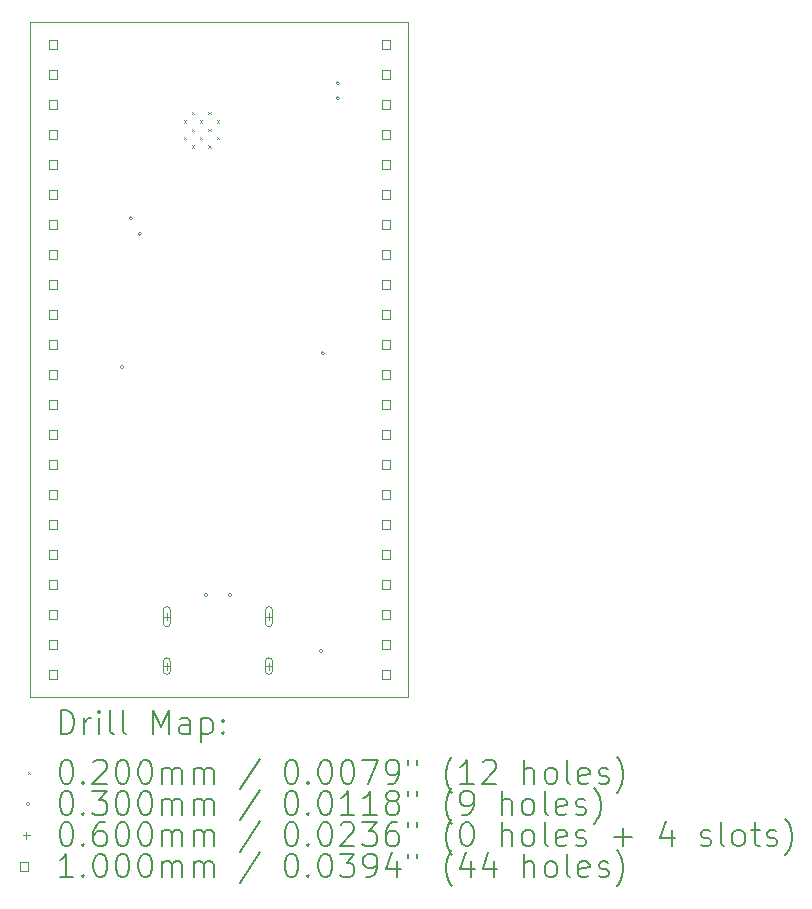
<source format=gbr>
%TF.GenerationSoftware,KiCad,Pcbnew,8.0.3*%
%TF.CreationDate,2024-06-25T22:23:39-04:00*%
%TF.ProjectId,ESP32-S3-DevBoard,45535033-322d-4533-932d-446576426f61,rev?*%
%TF.SameCoordinates,Original*%
%TF.FileFunction,Drillmap*%
%TF.FilePolarity,Positive*%
%FSLAX45Y45*%
G04 Gerber Fmt 4.5, Leading zero omitted, Abs format (unit mm)*
G04 Created by KiCad (PCBNEW 8.0.3) date 2024-06-25 22:23:39*
%MOMM*%
%LPD*%
G01*
G04 APERTURE LIST*
%ADD10C,0.050000*%
%ADD11C,0.200000*%
%ADD12C,0.100000*%
G04 APERTURE END LIST*
D10*
X17462500Y-5295900D02*
X20662900Y-5295900D01*
X20662900Y-11010900D01*
X17462500Y-11010900D01*
X17462500Y-5295900D01*
D11*
D12*
X18760000Y-6129600D02*
X18780000Y-6149600D01*
X18780000Y-6129600D02*
X18760000Y-6149600D01*
X18760000Y-6269600D02*
X18780000Y-6289600D01*
X18780000Y-6269600D02*
X18760000Y-6289600D01*
X18830000Y-6059600D02*
X18850000Y-6079600D01*
X18850000Y-6059600D02*
X18830000Y-6079600D01*
X18830000Y-6199600D02*
X18850000Y-6219600D01*
X18850000Y-6199600D02*
X18830000Y-6219600D01*
X18830000Y-6339600D02*
X18850000Y-6359600D01*
X18850000Y-6339600D02*
X18830000Y-6359600D01*
X18900000Y-6129600D02*
X18920000Y-6149600D01*
X18920000Y-6129600D02*
X18900000Y-6149600D01*
X18900000Y-6269600D02*
X18920000Y-6289600D01*
X18920000Y-6269600D02*
X18900000Y-6289600D01*
X18970000Y-6059600D02*
X18990000Y-6079600D01*
X18990000Y-6059600D02*
X18970000Y-6079600D01*
X18970000Y-6199600D02*
X18990000Y-6219600D01*
X18990000Y-6199600D02*
X18970000Y-6219600D01*
X18970000Y-6339600D02*
X18990000Y-6359600D01*
X18990000Y-6339600D02*
X18970000Y-6359600D01*
X19040000Y-6129600D02*
X19060000Y-6149600D01*
X19060000Y-6129600D02*
X19040000Y-6149600D01*
X19040000Y-6269600D02*
X19060000Y-6289600D01*
X19060000Y-6269600D02*
X19040000Y-6289600D01*
X18252200Y-8216900D02*
G75*
G02*
X18222200Y-8216900I-15000J0D01*
G01*
X18222200Y-8216900D02*
G75*
G02*
X18252200Y-8216900I15000J0D01*
G01*
X18328400Y-6959600D02*
G75*
G02*
X18298400Y-6959600I-15000J0D01*
G01*
X18298400Y-6959600D02*
G75*
G02*
X18328400Y-6959600I15000J0D01*
G01*
X18404600Y-7088600D02*
G75*
G02*
X18374600Y-7088600I-15000J0D01*
G01*
X18374600Y-7088600D02*
G75*
G02*
X18404600Y-7088600I15000J0D01*
G01*
X18963400Y-10147300D02*
G75*
G02*
X18933400Y-10147300I-15000J0D01*
G01*
X18933400Y-10147300D02*
G75*
G02*
X18963400Y-10147300I15000J0D01*
G01*
X19166600Y-10147300D02*
G75*
G02*
X19136600Y-10147300I-15000J0D01*
G01*
X19136600Y-10147300D02*
G75*
G02*
X19166600Y-10147300I15000J0D01*
G01*
X19938650Y-10623500D02*
G75*
G02*
X19908650Y-10623500I-15000J0D01*
G01*
X19908650Y-10623500D02*
G75*
G02*
X19938650Y-10623500I15000J0D01*
G01*
X19954000Y-8102600D02*
G75*
G02*
X19924000Y-8102600I-15000J0D01*
G01*
X19924000Y-8102600D02*
G75*
G02*
X19954000Y-8102600I15000J0D01*
G01*
X20081000Y-5816600D02*
G75*
G02*
X20051000Y-5816600I-15000J0D01*
G01*
X20051000Y-5816600D02*
G75*
G02*
X20081000Y-5816600I15000J0D01*
G01*
X20081000Y-5943600D02*
G75*
G02*
X20051000Y-5943600I-15000J0D01*
G01*
X20051000Y-5943600D02*
G75*
G02*
X20081000Y-5943600I15000J0D01*
G01*
X18618000Y-10302100D02*
X18618000Y-10362100D01*
X18588000Y-10332100D02*
X18648000Y-10332100D01*
X18588000Y-10277100D02*
X18588000Y-10387100D01*
X18648000Y-10387100D02*
G75*
G02*
X18588000Y-10387100I-30000J0D01*
G01*
X18648000Y-10387100D02*
X18648000Y-10277100D01*
X18648000Y-10277100D02*
G75*
G03*
X18588000Y-10277100I-30000J0D01*
G01*
X18618000Y-10720100D02*
X18618000Y-10780100D01*
X18588000Y-10750100D02*
X18648000Y-10750100D01*
X18588000Y-10710100D02*
X18588000Y-10790100D01*
X18648000Y-10790100D02*
G75*
G02*
X18588000Y-10790100I-30000J0D01*
G01*
X18648000Y-10790100D02*
X18648000Y-10710100D01*
X18648000Y-10710100D02*
G75*
G03*
X18588000Y-10710100I-30000J0D01*
G01*
X19482000Y-10302100D02*
X19482000Y-10362100D01*
X19452000Y-10332100D02*
X19512000Y-10332100D01*
X19452000Y-10277100D02*
X19452000Y-10387100D01*
X19512000Y-10387100D02*
G75*
G02*
X19452000Y-10387100I-30000J0D01*
G01*
X19512000Y-10387100D02*
X19512000Y-10277100D01*
X19512000Y-10277100D02*
G75*
G03*
X19452000Y-10277100I-30000J0D01*
G01*
X19482000Y-10720100D02*
X19482000Y-10780100D01*
X19452000Y-10750100D02*
X19512000Y-10750100D01*
X19452000Y-10710100D02*
X19452000Y-10790100D01*
X19512000Y-10790100D02*
G75*
G02*
X19452000Y-10790100I-30000J0D01*
G01*
X19512000Y-10790100D02*
X19512000Y-10710100D01*
X19512000Y-10710100D02*
G75*
G03*
X19452000Y-10710100I-30000J0D01*
G01*
X17688356Y-5521756D02*
X17688356Y-5451044D01*
X17617644Y-5451044D01*
X17617644Y-5521756D01*
X17688356Y-5521756D01*
X17688356Y-5775756D02*
X17688356Y-5705044D01*
X17617644Y-5705044D01*
X17617644Y-5775756D01*
X17688356Y-5775756D01*
X17688356Y-6029756D02*
X17688356Y-5959044D01*
X17617644Y-5959044D01*
X17617644Y-6029756D01*
X17688356Y-6029756D01*
X17688356Y-6283756D02*
X17688356Y-6213044D01*
X17617644Y-6213044D01*
X17617644Y-6283756D01*
X17688356Y-6283756D01*
X17688356Y-6537756D02*
X17688356Y-6467044D01*
X17617644Y-6467044D01*
X17617644Y-6537756D01*
X17688356Y-6537756D01*
X17688356Y-6791756D02*
X17688356Y-6721044D01*
X17617644Y-6721044D01*
X17617644Y-6791756D01*
X17688356Y-6791756D01*
X17688356Y-7045756D02*
X17688356Y-6975044D01*
X17617644Y-6975044D01*
X17617644Y-7045756D01*
X17688356Y-7045756D01*
X17688356Y-7299756D02*
X17688356Y-7229044D01*
X17617644Y-7229044D01*
X17617644Y-7299756D01*
X17688356Y-7299756D01*
X17688356Y-7553756D02*
X17688356Y-7483044D01*
X17617644Y-7483044D01*
X17617644Y-7553756D01*
X17688356Y-7553756D01*
X17688356Y-7807756D02*
X17688356Y-7737044D01*
X17617644Y-7737044D01*
X17617644Y-7807756D01*
X17688356Y-7807756D01*
X17688356Y-8061756D02*
X17688356Y-7991044D01*
X17617644Y-7991044D01*
X17617644Y-8061756D01*
X17688356Y-8061756D01*
X17688356Y-8315756D02*
X17688356Y-8245044D01*
X17617644Y-8245044D01*
X17617644Y-8315756D01*
X17688356Y-8315756D01*
X17688356Y-8569756D02*
X17688356Y-8499044D01*
X17617644Y-8499044D01*
X17617644Y-8569756D01*
X17688356Y-8569756D01*
X17688356Y-8823756D02*
X17688356Y-8753044D01*
X17617644Y-8753044D01*
X17617644Y-8823756D01*
X17688356Y-8823756D01*
X17688356Y-9077756D02*
X17688356Y-9007044D01*
X17617644Y-9007044D01*
X17617644Y-9077756D01*
X17688356Y-9077756D01*
X17688356Y-9331756D02*
X17688356Y-9261044D01*
X17617644Y-9261044D01*
X17617644Y-9331756D01*
X17688356Y-9331756D01*
X17688356Y-9585756D02*
X17688356Y-9515044D01*
X17617644Y-9515044D01*
X17617644Y-9585756D01*
X17688356Y-9585756D01*
X17688356Y-9839756D02*
X17688356Y-9769044D01*
X17617644Y-9769044D01*
X17617644Y-9839756D01*
X17688356Y-9839756D01*
X17688356Y-10093756D02*
X17688356Y-10023044D01*
X17617644Y-10023044D01*
X17617644Y-10093756D01*
X17688356Y-10093756D01*
X17688356Y-10347756D02*
X17688356Y-10277044D01*
X17617644Y-10277044D01*
X17617644Y-10347756D01*
X17688356Y-10347756D01*
X17688356Y-10601756D02*
X17688356Y-10531044D01*
X17617644Y-10531044D01*
X17617644Y-10601756D01*
X17688356Y-10601756D01*
X17688356Y-10855756D02*
X17688356Y-10785044D01*
X17617644Y-10785044D01*
X17617644Y-10855756D01*
X17688356Y-10855756D01*
X20507756Y-5521756D02*
X20507756Y-5451044D01*
X20437044Y-5451044D01*
X20437044Y-5521756D01*
X20507756Y-5521756D01*
X20507756Y-5775756D02*
X20507756Y-5705044D01*
X20437044Y-5705044D01*
X20437044Y-5775756D01*
X20507756Y-5775756D01*
X20507756Y-6029756D02*
X20507756Y-5959044D01*
X20437044Y-5959044D01*
X20437044Y-6029756D01*
X20507756Y-6029756D01*
X20507756Y-6283756D02*
X20507756Y-6213044D01*
X20437044Y-6213044D01*
X20437044Y-6283756D01*
X20507756Y-6283756D01*
X20507756Y-6537756D02*
X20507756Y-6467044D01*
X20437044Y-6467044D01*
X20437044Y-6537756D01*
X20507756Y-6537756D01*
X20507756Y-6791756D02*
X20507756Y-6721044D01*
X20437044Y-6721044D01*
X20437044Y-6791756D01*
X20507756Y-6791756D01*
X20507756Y-7045756D02*
X20507756Y-6975044D01*
X20437044Y-6975044D01*
X20437044Y-7045756D01*
X20507756Y-7045756D01*
X20507756Y-7299756D02*
X20507756Y-7229044D01*
X20437044Y-7229044D01*
X20437044Y-7299756D01*
X20507756Y-7299756D01*
X20507756Y-7553756D02*
X20507756Y-7483044D01*
X20437044Y-7483044D01*
X20437044Y-7553756D01*
X20507756Y-7553756D01*
X20507756Y-7807756D02*
X20507756Y-7737044D01*
X20437044Y-7737044D01*
X20437044Y-7807756D01*
X20507756Y-7807756D01*
X20507756Y-8061756D02*
X20507756Y-7991044D01*
X20437044Y-7991044D01*
X20437044Y-8061756D01*
X20507756Y-8061756D01*
X20507756Y-8315756D02*
X20507756Y-8245044D01*
X20437044Y-8245044D01*
X20437044Y-8315756D01*
X20507756Y-8315756D01*
X20507756Y-8569756D02*
X20507756Y-8499044D01*
X20437044Y-8499044D01*
X20437044Y-8569756D01*
X20507756Y-8569756D01*
X20507756Y-8823756D02*
X20507756Y-8753044D01*
X20437044Y-8753044D01*
X20437044Y-8823756D01*
X20507756Y-8823756D01*
X20507756Y-9077756D02*
X20507756Y-9007044D01*
X20437044Y-9007044D01*
X20437044Y-9077756D01*
X20507756Y-9077756D01*
X20507756Y-9331756D02*
X20507756Y-9261044D01*
X20437044Y-9261044D01*
X20437044Y-9331756D01*
X20507756Y-9331756D01*
X20507756Y-9585756D02*
X20507756Y-9515044D01*
X20437044Y-9515044D01*
X20437044Y-9585756D01*
X20507756Y-9585756D01*
X20507756Y-9839756D02*
X20507756Y-9769044D01*
X20437044Y-9769044D01*
X20437044Y-9839756D01*
X20507756Y-9839756D01*
X20507756Y-10093756D02*
X20507756Y-10023044D01*
X20437044Y-10023044D01*
X20437044Y-10093756D01*
X20507756Y-10093756D01*
X20507756Y-10347756D02*
X20507756Y-10277044D01*
X20437044Y-10277044D01*
X20437044Y-10347756D01*
X20507756Y-10347756D01*
X20507756Y-10601756D02*
X20507756Y-10531044D01*
X20437044Y-10531044D01*
X20437044Y-10601756D01*
X20507756Y-10601756D01*
X20507756Y-10855756D02*
X20507756Y-10785044D01*
X20437044Y-10785044D01*
X20437044Y-10855756D01*
X20507756Y-10855756D01*
D11*
X17720777Y-11324884D02*
X17720777Y-11124884D01*
X17720777Y-11124884D02*
X17768396Y-11124884D01*
X17768396Y-11124884D02*
X17796967Y-11134408D01*
X17796967Y-11134408D02*
X17816015Y-11153455D01*
X17816015Y-11153455D02*
X17825539Y-11172503D01*
X17825539Y-11172503D02*
X17835063Y-11210598D01*
X17835063Y-11210598D02*
X17835063Y-11239169D01*
X17835063Y-11239169D02*
X17825539Y-11277265D01*
X17825539Y-11277265D02*
X17816015Y-11296312D01*
X17816015Y-11296312D02*
X17796967Y-11315360D01*
X17796967Y-11315360D02*
X17768396Y-11324884D01*
X17768396Y-11324884D02*
X17720777Y-11324884D01*
X17920777Y-11324884D02*
X17920777Y-11191550D01*
X17920777Y-11229646D02*
X17930301Y-11210598D01*
X17930301Y-11210598D02*
X17939824Y-11201074D01*
X17939824Y-11201074D02*
X17958872Y-11191550D01*
X17958872Y-11191550D02*
X17977920Y-11191550D01*
X18044586Y-11324884D02*
X18044586Y-11191550D01*
X18044586Y-11124884D02*
X18035063Y-11134408D01*
X18035063Y-11134408D02*
X18044586Y-11143931D01*
X18044586Y-11143931D02*
X18054110Y-11134408D01*
X18054110Y-11134408D02*
X18044586Y-11124884D01*
X18044586Y-11124884D02*
X18044586Y-11143931D01*
X18168396Y-11324884D02*
X18149348Y-11315360D01*
X18149348Y-11315360D02*
X18139824Y-11296312D01*
X18139824Y-11296312D02*
X18139824Y-11124884D01*
X18273158Y-11324884D02*
X18254110Y-11315360D01*
X18254110Y-11315360D02*
X18244586Y-11296312D01*
X18244586Y-11296312D02*
X18244586Y-11124884D01*
X18501729Y-11324884D02*
X18501729Y-11124884D01*
X18501729Y-11124884D02*
X18568396Y-11267741D01*
X18568396Y-11267741D02*
X18635063Y-11124884D01*
X18635063Y-11124884D02*
X18635063Y-11324884D01*
X18816015Y-11324884D02*
X18816015Y-11220122D01*
X18816015Y-11220122D02*
X18806491Y-11201074D01*
X18806491Y-11201074D02*
X18787444Y-11191550D01*
X18787444Y-11191550D02*
X18749348Y-11191550D01*
X18749348Y-11191550D02*
X18730301Y-11201074D01*
X18816015Y-11315360D02*
X18796967Y-11324884D01*
X18796967Y-11324884D02*
X18749348Y-11324884D01*
X18749348Y-11324884D02*
X18730301Y-11315360D01*
X18730301Y-11315360D02*
X18720777Y-11296312D01*
X18720777Y-11296312D02*
X18720777Y-11277265D01*
X18720777Y-11277265D02*
X18730301Y-11258217D01*
X18730301Y-11258217D02*
X18749348Y-11248693D01*
X18749348Y-11248693D02*
X18796967Y-11248693D01*
X18796967Y-11248693D02*
X18816015Y-11239169D01*
X18911253Y-11191550D02*
X18911253Y-11391550D01*
X18911253Y-11201074D02*
X18930301Y-11191550D01*
X18930301Y-11191550D02*
X18968396Y-11191550D01*
X18968396Y-11191550D02*
X18987444Y-11201074D01*
X18987444Y-11201074D02*
X18996967Y-11210598D01*
X18996967Y-11210598D02*
X19006491Y-11229646D01*
X19006491Y-11229646D02*
X19006491Y-11286788D01*
X19006491Y-11286788D02*
X18996967Y-11305836D01*
X18996967Y-11305836D02*
X18987444Y-11315360D01*
X18987444Y-11315360D02*
X18968396Y-11324884D01*
X18968396Y-11324884D02*
X18930301Y-11324884D01*
X18930301Y-11324884D02*
X18911253Y-11315360D01*
X19092205Y-11305836D02*
X19101729Y-11315360D01*
X19101729Y-11315360D02*
X19092205Y-11324884D01*
X19092205Y-11324884D02*
X19082682Y-11315360D01*
X19082682Y-11315360D02*
X19092205Y-11305836D01*
X19092205Y-11305836D02*
X19092205Y-11324884D01*
X19092205Y-11201074D02*
X19101729Y-11210598D01*
X19101729Y-11210598D02*
X19092205Y-11220122D01*
X19092205Y-11220122D02*
X19082682Y-11210598D01*
X19082682Y-11210598D02*
X19092205Y-11201074D01*
X19092205Y-11201074D02*
X19092205Y-11220122D01*
D12*
X17440000Y-11643400D02*
X17460000Y-11663400D01*
X17460000Y-11643400D02*
X17440000Y-11663400D01*
D11*
X17758872Y-11544884D02*
X17777920Y-11544884D01*
X17777920Y-11544884D02*
X17796967Y-11554408D01*
X17796967Y-11554408D02*
X17806491Y-11563931D01*
X17806491Y-11563931D02*
X17816015Y-11582979D01*
X17816015Y-11582979D02*
X17825539Y-11621074D01*
X17825539Y-11621074D02*
X17825539Y-11668693D01*
X17825539Y-11668693D02*
X17816015Y-11706788D01*
X17816015Y-11706788D02*
X17806491Y-11725836D01*
X17806491Y-11725836D02*
X17796967Y-11735360D01*
X17796967Y-11735360D02*
X17777920Y-11744884D01*
X17777920Y-11744884D02*
X17758872Y-11744884D01*
X17758872Y-11744884D02*
X17739824Y-11735360D01*
X17739824Y-11735360D02*
X17730301Y-11725836D01*
X17730301Y-11725836D02*
X17720777Y-11706788D01*
X17720777Y-11706788D02*
X17711253Y-11668693D01*
X17711253Y-11668693D02*
X17711253Y-11621074D01*
X17711253Y-11621074D02*
X17720777Y-11582979D01*
X17720777Y-11582979D02*
X17730301Y-11563931D01*
X17730301Y-11563931D02*
X17739824Y-11554408D01*
X17739824Y-11554408D02*
X17758872Y-11544884D01*
X17911253Y-11725836D02*
X17920777Y-11735360D01*
X17920777Y-11735360D02*
X17911253Y-11744884D01*
X17911253Y-11744884D02*
X17901729Y-11735360D01*
X17901729Y-11735360D02*
X17911253Y-11725836D01*
X17911253Y-11725836D02*
X17911253Y-11744884D01*
X17996967Y-11563931D02*
X18006491Y-11554408D01*
X18006491Y-11554408D02*
X18025539Y-11544884D01*
X18025539Y-11544884D02*
X18073158Y-11544884D01*
X18073158Y-11544884D02*
X18092205Y-11554408D01*
X18092205Y-11554408D02*
X18101729Y-11563931D01*
X18101729Y-11563931D02*
X18111253Y-11582979D01*
X18111253Y-11582979D02*
X18111253Y-11602027D01*
X18111253Y-11602027D02*
X18101729Y-11630598D01*
X18101729Y-11630598D02*
X17987444Y-11744884D01*
X17987444Y-11744884D02*
X18111253Y-11744884D01*
X18235063Y-11544884D02*
X18254110Y-11544884D01*
X18254110Y-11544884D02*
X18273158Y-11554408D01*
X18273158Y-11554408D02*
X18282682Y-11563931D01*
X18282682Y-11563931D02*
X18292205Y-11582979D01*
X18292205Y-11582979D02*
X18301729Y-11621074D01*
X18301729Y-11621074D02*
X18301729Y-11668693D01*
X18301729Y-11668693D02*
X18292205Y-11706788D01*
X18292205Y-11706788D02*
X18282682Y-11725836D01*
X18282682Y-11725836D02*
X18273158Y-11735360D01*
X18273158Y-11735360D02*
X18254110Y-11744884D01*
X18254110Y-11744884D02*
X18235063Y-11744884D01*
X18235063Y-11744884D02*
X18216015Y-11735360D01*
X18216015Y-11735360D02*
X18206491Y-11725836D01*
X18206491Y-11725836D02*
X18196967Y-11706788D01*
X18196967Y-11706788D02*
X18187444Y-11668693D01*
X18187444Y-11668693D02*
X18187444Y-11621074D01*
X18187444Y-11621074D02*
X18196967Y-11582979D01*
X18196967Y-11582979D02*
X18206491Y-11563931D01*
X18206491Y-11563931D02*
X18216015Y-11554408D01*
X18216015Y-11554408D02*
X18235063Y-11544884D01*
X18425539Y-11544884D02*
X18444586Y-11544884D01*
X18444586Y-11544884D02*
X18463634Y-11554408D01*
X18463634Y-11554408D02*
X18473158Y-11563931D01*
X18473158Y-11563931D02*
X18482682Y-11582979D01*
X18482682Y-11582979D02*
X18492205Y-11621074D01*
X18492205Y-11621074D02*
X18492205Y-11668693D01*
X18492205Y-11668693D02*
X18482682Y-11706788D01*
X18482682Y-11706788D02*
X18473158Y-11725836D01*
X18473158Y-11725836D02*
X18463634Y-11735360D01*
X18463634Y-11735360D02*
X18444586Y-11744884D01*
X18444586Y-11744884D02*
X18425539Y-11744884D01*
X18425539Y-11744884D02*
X18406491Y-11735360D01*
X18406491Y-11735360D02*
X18396967Y-11725836D01*
X18396967Y-11725836D02*
X18387444Y-11706788D01*
X18387444Y-11706788D02*
X18377920Y-11668693D01*
X18377920Y-11668693D02*
X18377920Y-11621074D01*
X18377920Y-11621074D02*
X18387444Y-11582979D01*
X18387444Y-11582979D02*
X18396967Y-11563931D01*
X18396967Y-11563931D02*
X18406491Y-11554408D01*
X18406491Y-11554408D02*
X18425539Y-11544884D01*
X18577920Y-11744884D02*
X18577920Y-11611550D01*
X18577920Y-11630598D02*
X18587444Y-11621074D01*
X18587444Y-11621074D02*
X18606491Y-11611550D01*
X18606491Y-11611550D02*
X18635063Y-11611550D01*
X18635063Y-11611550D02*
X18654110Y-11621074D01*
X18654110Y-11621074D02*
X18663634Y-11640122D01*
X18663634Y-11640122D02*
X18663634Y-11744884D01*
X18663634Y-11640122D02*
X18673158Y-11621074D01*
X18673158Y-11621074D02*
X18692205Y-11611550D01*
X18692205Y-11611550D02*
X18720777Y-11611550D01*
X18720777Y-11611550D02*
X18739825Y-11621074D01*
X18739825Y-11621074D02*
X18749348Y-11640122D01*
X18749348Y-11640122D02*
X18749348Y-11744884D01*
X18844586Y-11744884D02*
X18844586Y-11611550D01*
X18844586Y-11630598D02*
X18854110Y-11621074D01*
X18854110Y-11621074D02*
X18873158Y-11611550D01*
X18873158Y-11611550D02*
X18901729Y-11611550D01*
X18901729Y-11611550D02*
X18920777Y-11621074D01*
X18920777Y-11621074D02*
X18930301Y-11640122D01*
X18930301Y-11640122D02*
X18930301Y-11744884D01*
X18930301Y-11640122D02*
X18939825Y-11621074D01*
X18939825Y-11621074D02*
X18958872Y-11611550D01*
X18958872Y-11611550D02*
X18987444Y-11611550D01*
X18987444Y-11611550D02*
X19006491Y-11621074D01*
X19006491Y-11621074D02*
X19016015Y-11640122D01*
X19016015Y-11640122D02*
X19016015Y-11744884D01*
X19406491Y-11535360D02*
X19235063Y-11792503D01*
X19663634Y-11544884D02*
X19682682Y-11544884D01*
X19682682Y-11544884D02*
X19701729Y-11554408D01*
X19701729Y-11554408D02*
X19711253Y-11563931D01*
X19711253Y-11563931D02*
X19720777Y-11582979D01*
X19720777Y-11582979D02*
X19730301Y-11621074D01*
X19730301Y-11621074D02*
X19730301Y-11668693D01*
X19730301Y-11668693D02*
X19720777Y-11706788D01*
X19720777Y-11706788D02*
X19711253Y-11725836D01*
X19711253Y-11725836D02*
X19701729Y-11735360D01*
X19701729Y-11735360D02*
X19682682Y-11744884D01*
X19682682Y-11744884D02*
X19663634Y-11744884D01*
X19663634Y-11744884D02*
X19644587Y-11735360D01*
X19644587Y-11735360D02*
X19635063Y-11725836D01*
X19635063Y-11725836D02*
X19625539Y-11706788D01*
X19625539Y-11706788D02*
X19616015Y-11668693D01*
X19616015Y-11668693D02*
X19616015Y-11621074D01*
X19616015Y-11621074D02*
X19625539Y-11582979D01*
X19625539Y-11582979D02*
X19635063Y-11563931D01*
X19635063Y-11563931D02*
X19644587Y-11554408D01*
X19644587Y-11554408D02*
X19663634Y-11544884D01*
X19816015Y-11725836D02*
X19825539Y-11735360D01*
X19825539Y-11735360D02*
X19816015Y-11744884D01*
X19816015Y-11744884D02*
X19806491Y-11735360D01*
X19806491Y-11735360D02*
X19816015Y-11725836D01*
X19816015Y-11725836D02*
X19816015Y-11744884D01*
X19949348Y-11544884D02*
X19968396Y-11544884D01*
X19968396Y-11544884D02*
X19987444Y-11554408D01*
X19987444Y-11554408D02*
X19996968Y-11563931D01*
X19996968Y-11563931D02*
X20006491Y-11582979D01*
X20006491Y-11582979D02*
X20016015Y-11621074D01*
X20016015Y-11621074D02*
X20016015Y-11668693D01*
X20016015Y-11668693D02*
X20006491Y-11706788D01*
X20006491Y-11706788D02*
X19996968Y-11725836D01*
X19996968Y-11725836D02*
X19987444Y-11735360D01*
X19987444Y-11735360D02*
X19968396Y-11744884D01*
X19968396Y-11744884D02*
X19949348Y-11744884D01*
X19949348Y-11744884D02*
X19930301Y-11735360D01*
X19930301Y-11735360D02*
X19920777Y-11725836D01*
X19920777Y-11725836D02*
X19911253Y-11706788D01*
X19911253Y-11706788D02*
X19901729Y-11668693D01*
X19901729Y-11668693D02*
X19901729Y-11621074D01*
X19901729Y-11621074D02*
X19911253Y-11582979D01*
X19911253Y-11582979D02*
X19920777Y-11563931D01*
X19920777Y-11563931D02*
X19930301Y-11554408D01*
X19930301Y-11554408D02*
X19949348Y-11544884D01*
X20139825Y-11544884D02*
X20158872Y-11544884D01*
X20158872Y-11544884D02*
X20177920Y-11554408D01*
X20177920Y-11554408D02*
X20187444Y-11563931D01*
X20187444Y-11563931D02*
X20196968Y-11582979D01*
X20196968Y-11582979D02*
X20206491Y-11621074D01*
X20206491Y-11621074D02*
X20206491Y-11668693D01*
X20206491Y-11668693D02*
X20196968Y-11706788D01*
X20196968Y-11706788D02*
X20187444Y-11725836D01*
X20187444Y-11725836D02*
X20177920Y-11735360D01*
X20177920Y-11735360D02*
X20158872Y-11744884D01*
X20158872Y-11744884D02*
X20139825Y-11744884D01*
X20139825Y-11744884D02*
X20120777Y-11735360D01*
X20120777Y-11735360D02*
X20111253Y-11725836D01*
X20111253Y-11725836D02*
X20101729Y-11706788D01*
X20101729Y-11706788D02*
X20092206Y-11668693D01*
X20092206Y-11668693D02*
X20092206Y-11621074D01*
X20092206Y-11621074D02*
X20101729Y-11582979D01*
X20101729Y-11582979D02*
X20111253Y-11563931D01*
X20111253Y-11563931D02*
X20120777Y-11554408D01*
X20120777Y-11554408D02*
X20139825Y-11544884D01*
X20273158Y-11544884D02*
X20406491Y-11544884D01*
X20406491Y-11544884D02*
X20320777Y-11744884D01*
X20492206Y-11744884D02*
X20530301Y-11744884D01*
X20530301Y-11744884D02*
X20549349Y-11735360D01*
X20549349Y-11735360D02*
X20558872Y-11725836D01*
X20558872Y-11725836D02*
X20577920Y-11697265D01*
X20577920Y-11697265D02*
X20587444Y-11659169D01*
X20587444Y-11659169D02*
X20587444Y-11582979D01*
X20587444Y-11582979D02*
X20577920Y-11563931D01*
X20577920Y-11563931D02*
X20568396Y-11554408D01*
X20568396Y-11554408D02*
X20549349Y-11544884D01*
X20549349Y-11544884D02*
X20511253Y-11544884D01*
X20511253Y-11544884D02*
X20492206Y-11554408D01*
X20492206Y-11554408D02*
X20482682Y-11563931D01*
X20482682Y-11563931D02*
X20473158Y-11582979D01*
X20473158Y-11582979D02*
X20473158Y-11630598D01*
X20473158Y-11630598D02*
X20482682Y-11649646D01*
X20482682Y-11649646D02*
X20492206Y-11659169D01*
X20492206Y-11659169D02*
X20511253Y-11668693D01*
X20511253Y-11668693D02*
X20549349Y-11668693D01*
X20549349Y-11668693D02*
X20568396Y-11659169D01*
X20568396Y-11659169D02*
X20577920Y-11649646D01*
X20577920Y-11649646D02*
X20587444Y-11630598D01*
X20663634Y-11544884D02*
X20663634Y-11582979D01*
X20739825Y-11544884D02*
X20739825Y-11582979D01*
X21035063Y-11821074D02*
X21025539Y-11811550D01*
X21025539Y-11811550D02*
X21006491Y-11782979D01*
X21006491Y-11782979D02*
X20996968Y-11763931D01*
X20996968Y-11763931D02*
X20987444Y-11735360D01*
X20987444Y-11735360D02*
X20977920Y-11687741D01*
X20977920Y-11687741D02*
X20977920Y-11649646D01*
X20977920Y-11649646D02*
X20987444Y-11602027D01*
X20987444Y-11602027D02*
X20996968Y-11573455D01*
X20996968Y-11573455D02*
X21006491Y-11554408D01*
X21006491Y-11554408D02*
X21025539Y-11525836D01*
X21025539Y-11525836D02*
X21035063Y-11516312D01*
X21216015Y-11744884D02*
X21101730Y-11744884D01*
X21158872Y-11744884D02*
X21158872Y-11544884D01*
X21158872Y-11544884D02*
X21139825Y-11573455D01*
X21139825Y-11573455D02*
X21120777Y-11592503D01*
X21120777Y-11592503D02*
X21101730Y-11602027D01*
X21292206Y-11563931D02*
X21301730Y-11554408D01*
X21301730Y-11554408D02*
X21320777Y-11544884D01*
X21320777Y-11544884D02*
X21368396Y-11544884D01*
X21368396Y-11544884D02*
X21387444Y-11554408D01*
X21387444Y-11554408D02*
X21396968Y-11563931D01*
X21396968Y-11563931D02*
X21406491Y-11582979D01*
X21406491Y-11582979D02*
X21406491Y-11602027D01*
X21406491Y-11602027D02*
X21396968Y-11630598D01*
X21396968Y-11630598D02*
X21282682Y-11744884D01*
X21282682Y-11744884D02*
X21406491Y-11744884D01*
X21644587Y-11744884D02*
X21644587Y-11544884D01*
X21730301Y-11744884D02*
X21730301Y-11640122D01*
X21730301Y-11640122D02*
X21720777Y-11621074D01*
X21720777Y-11621074D02*
X21701730Y-11611550D01*
X21701730Y-11611550D02*
X21673158Y-11611550D01*
X21673158Y-11611550D02*
X21654111Y-11621074D01*
X21654111Y-11621074D02*
X21644587Y-11630598D01*
X21854111Y-11744884D02*
X21835063Y-11735360D01*
X21835063Y-11735360D02*
X21825539Y-11725836D01*
X21825539Y-11725836D02*
X21816015Y-11706788D01*
X21816015Y-11706788D02*
X21816015Y-11649646D01*
X21816015Y-11649646D02*
X21825539Y-11630598D01*
X21825539Y-11630598D02*
X21835063Y-11621074D01*
X21835063Y-11621074D02*
X21854111Y-11611550D01*
X21854111Y-11611550D02*
X21882682Y-11611550D01*
X21882682Y-11611550D02*
X21901730Y-11621074D01*
X21901730Y-11621074D02*
X21911253Y-11630598D01*
X21911253Y-11630598D02*
X21920777Y-11649646D01*
X21920777Y-11649646D02*
X21920777Y-11706788D01*
X21920777Y-11706788D02*
X21911253Y-11725836D01*
X21911253Y-11725836D02*
X21901730Y-11735360D01*
X21901730Y-11735360D02*
X21882682Y-11744884D01*
X21882682Y-11744884D02*
X21854111Y-11744884D01*
X22035063Y-11744884D02*
X22016015Y-11735360D01*
X22016015Y-11735360D02*
X22006492Y-11716312D01*
X22006492Y-11716312D02*
X22006492Y-11544884D01*
X22187444Y-11735360D02*
X22168396Y-11744884D01*
X22168396Y-11744884D02*
X22130301Y-11744884D01*
X22130301Y-11744884D02*
X22111253Y-11735360D01*
X22111253Y-11735360D02*
X22101730Y-11716312D01*
X22101730Y-11716312D02*
X22101730Y-11640122D01*
X22101730Y-11640122D02*
X22111253Y-11621074D01*
X22111253Y-11621074D02*
X22130301Y-11611550D01*
X22130301Y-11611550D02*
X22168396Y-11611550D01*
X22168396Y-11611550D02*
X22187444Y-11621074D01*
X22187444Y-11621074D02*
X22196968Y-11640122D01*
X22196968Y-11640122D02*
X22196968Y-11659169D01*
X22196968Y-11659169D02*
X22101730Y-11678217D01*
X22273158Y-11735360D02*
X22292206Y-11744884D01*
X22292206Y-11744884D02*
X22330301Y-11744884D01*
X22330301Y-11744884D02*
X22349349Y-11735360D01*
X22349349Y-11735360D02*
X22358873Y-11716312D01*
X22358873Y-11716312D02*
X22358873Y-11706788D01*
X22358873Y-11706788D02*
X22349349Y-11687741D01*
X22349349Y-11687741D02*
X22330301Y-11678217D01*
X22330301Y-11678217D02*
X22301730Y-11678217D01*
X22301730Y-11678217D02*
X22282682Y-11668693D01*
X22282682Y-11668693D02*
X22273158Y-11649646D01*
X22273158Y-11649646D02*
X22273158Y-11640122D01*
X22273158Y-11640122D02*
X22282682Y-11621074D01*
X22282682Y-11621074D02*
X22301730Y-11611550D01*
X22301730Y-11611550D02*
X22330301Y-11611550D01*
X22330301Y-11611550D02*
X22349349Y-11621074D01*
X22425539Y-11821074D02*
X22435063Y-11811550D01*
X22435063Y-11811550D02*
X22454111Y-11782979D01*
X22454111Y-11782979D02*
X22463634Y-11763931D01*
X22463634Y-11763931D02*
X22473158Y-11735360D01*
X22473158Y-11735360D02*
X22482682Y-11687741D01*
X22482682Y-11687741D02*
X22482682Y-11649646D01*
X22482682Y-11649646D02*
X22473158Y-11602027D01*
X22473158Y-11602027D02*
X22463634Y-11573455D01*
X22463634Y-11573455D02*
X22454111Y-11554408D01*
X22454111Y-11554408D02*
X22435063Y-11525836D01*
X22435063Y-11525836D02*
X22425539Y-11516312D01*
D12*
X17460000Y-11917400D02*
G75*
G02*
X17430000Y-11917400I-15000J0D01*
G01*
X17430000Y-11917400D02*
G75*
G02*
X17460000Y-11917400I15000J0D01*
G01*
D11*
X17758872Y-11808884D02*
X17777920Y-11808884D01*
X17777920Y-11808884D02*
X17796967Y-11818408D01*
X17796967Y-11818408D02*
X17806491Y-11827931D01*
X17806491Y-11827931D02*
X17816015Y-11846979D01*
X17816015Y-11846979D02*
X17825539Y-11885074D01*
X17825539Y-11885074D02*
X17825539Y-11932693D01*
X17825539Y-11932693D02*
X17816015Y-11970788D01*
X17816015Y-11970788D02*
X17806491Y-11989836D01*
X17806491Y-11989836D02*
X17796967Y-11999360D01*
X17796967Y-11999360D02*
X17777920Y-12008884D01*
X17777920Y-12008884D02*
X17758872Y-12008884D01*
X17758872Y-12008884D02*
X17739824Y-11999360D01*
X17739824Y-11999360D02*
X17730301Y-11989836D01*
X17730301Y-11989836D02*
X17720777Y-11970788D01*
X17720777Y-11970788D02*
X17711253Y-11932693D01*
X17711253Y-11932693D02*
X17711253Y-11885074D01*
X17711253Y-11885074D02*
X17720777Y-11846979D01*
X17720777Y-11846979D02*
X17730301Y-11827931D01*
X17730301Y-11827931D02*
X17739824Y-11818408D01*
X17739824Y-11818408D02*
X17758872Y-11808884D01*
X17911253Y-11989836D02*
X17920777Y-11999360D01*
X17920777Y-11999360D02*
X17911253Y-12008884D01*
X17911253Y-12008884D02*
X17901729Y-11999360D01*
X17901729Y-11999360D02*
X17911253Y-11989836D01*
X17911253Y-11989836D02*
X17911253Y-12008884D01*
X17987444Y-11808884D02*
X18111253Y-11808884D01*
X18111253Y-11808884D02*
X18044586Y-11885074D01*
X18044586Y-11885074D02*
X18073158Y-11885074D01*
X18073158Y-11885074D02*
X18092205Y-11894598D01*
X18092205Y-11894598D02*
X18101729Y-11904122D01*
X18101729Y-11904122D02*
X18111253Y-11923169D01*
X18111253Y-11923169D02*
X18111253Y-11970788D01*
X18111253Y-11970788D02*
X18101729Y-11989836D01*
X18101729Y-11989836D02*
X18092205Y-11999360D01*
X18092205Y-11999360D02*
X18073158Y-12008884D01*
X18073158Y-12008884D02*
X18016015Y-12008884D01*
X18016015Y-12008884D02*
X17996967Y-11999360D01*
X17996967Y-11999360D02*
X17987444Y-11989836D01*
X18235063Y-11808884D02*
X18254110Y-11808884D01*
X18254110Y-11808884D02*
X18273158Y-11818408D01*
X18273158Y-11818408D02*
X18282682Y-11827931D01*
X18282682Y-11827931D02*
X18292205Y-11846979D01*
X18292205Y-11846979D02*
X18301729Y-11885074D01*
X18301729Y-11885074D02*
X18301729Y-11932693D01*
X18301729Y-11932693D02*
X18292205Y-11970788D01*
X18292205Y-11970788D02*
X18282682Y-11989836D01*
X18282682Y-11989836D02*
X18273158Y-11999360D01*
X18273158Y-11999360D02*
X18254110Y-12008884D01*
X18254110Y-12008884D02*
X18235063Y-12008884D01*
X18235063Y-12008884D02*
X18216015Y-11999360D01*
X18216015Y-11999360D02*
X18206491Y-11989836D01*
X18206491Y-11989836D02*
X18196967Y-11970788D01*
X18196967Y-11970788D02*
X18187444Y-11932693D01*
X18187444Y-11932693D02*
X18187444Y-11885074D01*
X18187444Y-11885074D02*
X18196967Y-11846979D01*
X18196967Y-11846979D02*
X18206491Y-11827931D01*
X18206491Y-11827931D02*
X18216015Y-11818408D01*
X18216015Y-11818408D02*
X18235063Y-11808884D01*
X18425539Y-11808884D02*
X18444586Y-11808884D01*
X18444586Y-11808884D02*
X18463634Y-11818408D01*
X18463634Y-11818408D02*
X18473158Y-11827931D01*
X18473158Y-11827931D02*
X18482682Y-11846979D01*
X18482682Y-11846979D02*
X18492205Y-11885074D01*
X18492205Y-11885074D02*
X18492205Y-11932693D01*
X18492205Y-11932693D02*
X18482682Y-11970788D01*
X18482682Y-11970788D02*
X18473158Y-11989836D01*
X18473158Y-11989836D02*
X18463634Y-11999360D01*
X18463634Y-11999360D02*
X18444586Y-12008884D01*
X18444586Y-12008884D02*
X18425539Y-12008884D01*
X18425539Y-12008884D02*
X18406491Y-11999360D01*
X18406491Y-11999360D02*
X18396967Y-11989836D01*
X18396967Y-11989836D02*
X18387444Y-11970788D01*
X18387444Y-11970788D02*
X18377920Y-11932693D01*
X18377920Y-11932693D02*
X18377920Y-11885074D01*
X18377920Y-11885074D02*
X18387444Y-11846979D01*
X18387444Y-11846979D02*
X18396967Y-11827931D01*
X18396967Y-11827931D02*
X18406491Y-11818408D01*
X18406491Y-11818408D02*
X18425539Y-11808884D01*
X18577920Y-12008884D02*
X18577920Y-11875550D01*
X18577920Y-11894598D02*
X18587444Y-11885074D01*
X18587444Y-11885074D02*
X18606491Y-11875550D01*
X18606491Y-11875550D02*
X18635063Y-11875550D01*
X18635063Y-11875550D02*
X18654110Y-11885074D01*
X18654110Y-11885074D02*
X18663634Y-11904122D01*
X18663634Y-11904122D02*
X18663634Y-12008884D01*
X18663634Y-11904122D02*
X18673158Y-11885074D01*
X18673158Y-11885074D02*
X18692205Y-11875550D01*
X18692205Y-11875550D02*
X18720777Y-11875550D01*
X18720777Y-11875550D02*
X18739825Y-11885074D01*
X18739825Y-11885074D02*
X18749348Y-11904122D01*
X18749348Y-11904122D02*
X18749348Y-12008884D01*
X18844586Y-12008884D02*
X18844586Y-11875550D01*
X18844586Y-11894598D02*
X18854110Y-11885074D01*
X18854110Y-11885074D02*
X18873158Y-11875550D01*
X18873158Y-11875550D02*
X18901729Y-11875550D01*
X18901729Y-11875550D02*
X18920777Y-11885074D01*
X18920777Y-11885074D02*
X18930301Y-11904122D01*
X18930301Y-11904122D02*
X18930301Y-12008884D01*
X18930301Y-11904122D02*
X18939825Y-11885074D01*
X18939825Y-11885074D02*
X18958872Y-11875550D01*
X18958872Y-11875550D02*
X18987444Y-11875550D01*
X18987444Y-11875550D02*
X19006491Y-11885074D01*
X19006491Y-11885074D02*
X19016015Y-11904122D01*
X19016015Y-11904122D02*
X19016015Y-12008884D01*
X19406491Y-11799360D02*
X19235063Y-12056503D01*
X19663634Y-11808884D02*
X19682682Y-11808884D01*
X19682682Y-11808884D02*
X19701729Y-11818408D01*
X19701729Y-11818408D02*
X19711253Y-11827931D01*
X19711253Y-11827931D02*
X19720777Y-11846979D01*
X19720777Y-11846979D02*
X19730301Y-11885074D01*
X19730301Y-11885074D02*
X19730301Y-11932693D01*
X19730301Y-11932693D02*
X19720777Y-11970788D01*
X19720777Y-11970788D02*
X19711253Y-11989836D01*
X19711253Y-11989836D02*
X19701729Y-11999360D01*
X19701729Y-11999360D02*
X19682682Y-12008884D01*
X19682682Y-12008884D02*
X19663634Y-12008884D01*
X19663634Y-12008884D02*
X19644587Y-11999360D01*
X19644587Y-11999360D02*
X19635063Y-11989836D01*
X19635063Y-11989836D02*
X19625539Y-11970788D01*
X19625539Y-11970788D02*
X19616015Y-11932693D01*
X19616015Y-11932693D02*
X19616015Y-11885074D01*
X19616015Y-11885074D02*
X19625539Y-11846979D01*
X19625539Y-11846979D02*
X19635063Y-11827931D01*
X19635063Y-11827931D02*
X19644587Y-11818408D01*
X19644587Y-11818408D02*
X19663634Y-11808884D01*
X19816015Y-11989836D02*
X19825539Y-11999360D01*
X19825539Y-11999360D02*
X19816015Y-12008884D01*
X19816015Y-12008884D02*
X19806491Y-11999360D01*
X19806491Y-11999360D02*
X19816015Y-11989836D01*
X19816015Y-11989836D02*
X19816015Y-12008884D01*
X19949348Y-11808884D02*
X19968396Y-11808884D01*
X19968396Y-11808884D02*
X19987444Y-11818408D01*
X19987444Y-11818408D02*
X19996968Y-11827931D01*
X19996968Y-11827931D02*
X20006491Y-11846979D01*
X20006491Y-11846979D02*
X20016015Y-11885074D01*
X20016015Y-11885074D02*
X20016015Y-11932693D01*
X20016015Y-11932693D02*
X20006491Y-11970788D01*
X20006491Y-11970788D02*
X19996968Y-11989836D01*
X19996968Y-11989836D02*
X19987444Y-11999360D01*
X19987444Y-11999360D02*
X19968396Y-12008884D01*
X19968396Y-12008884D02*
X19949348Y-12008884D01*
X19949348Y-12008884D02*
X19930301Y-11999360D01*
X19930301Y-11999360D02*
X19920777Y-11989836D01*
X19920777Y-11989836D02*
X19911253Y-11970788D01*
X19911253Y-11970788D02*
X19901729Y-11932693D01*
X19901729Y-11932693D02*
X19901729Y-11885074D01*
X19901729Y-11885074D02*
X19911253Y-11846979D01*
X19911253Y-11846979D02*
X19920777Y-11827931D01*
X19920777Y-11827931D02*
X19930301Y-11818408D01*
X19930301Y-11818408D02*
X19949348Y-11808884D01*
X20206491Y-12008884D02*
X20092206Y-12008884D01*
X20149348Y-12008884D02*
X20149348Y-11808884D01*
X20149348Y-11808884D02*
X20130301Y-11837455D01*
X20130301Y-11837455D02*
X20111253Y-11856503D01*
X20111253Y-11856503D02*
X20092206Y-11866027D01*
X20396968Y-12008884D02*
X20282682Y-12008884D01*
X20339825Y-12008884D02*
X20339825Y-11808884D01*
X20339825Y-11808884D02*
X20320777Y-11837455D01*
X20320777Y-11837455D02*
X20301729Y-11856503D01*
X20301729Y-11856503D02*
X20282682Y-11866027D01*
X20511253Y-11894598D02*
X20492206Y-11885074D01*
X20492206Y-11885074D02*
X20482682Y-11875550D01*
X20482682Y-11875550D02*
X20473158Y-11856503D01*
X20473158Y-11856503D02*
X20473158Y-11846979D01*
X20473158Y-11846979D02*
X20482682Y-11827931D01*
X20482682Y-11827931D02*
X20492206Y-11818408D01*
X20492206Y-11818408D02*
X20511253Y-11808884D01*
X20511253Y-11808884D02*
X20549349Y-11808884D01*
X20549349Y-11808884D02*
X20568396Y-11818408D01*
X20568396Y-11818408D02*
X20577920Y-11827931D01*
X20577920Y-11827931D02*
X20587444Y-11846979D01*
X20587444Y-11846979D02*
X20587444Y-11856503D01*
X20587444Y-11856503D02*
X20577920Y-11875550D01*
X20577920Y-11875550D02*
X20568396Y-11885074D01*
X20568396Y-11885074D02*
X20549349Y-11894598D01*
X20549349Y-11894598D02*
X20511253Y-11894598D01*
X20511253Y-11894598D02*
X20492206Y-11904122D01*
X20492206Y-11904122D02*
X20482682Y-11913646D01*
X20482682Y-11913646D02*
X20473158Y-11932693D01*
X20473158Y-11932693D02*
X20473158Y-11970788D01*
X20473158Y-11970788D02*
X20482682Y-11989836D01*
X20482682Y-11989836D02*
X20492206Y-11999360D01*
X20492206Y-11999360D02*
X20511253Y-12008884D01*
X20511253Y-12008884D02*
X20549349Y-12008884D01*
X20549349Y-12008884D02*
X20568396Y-11999360D01*
X20568396Y-11999360D02*
X20577920Y-11989836D01*
X20577920Y-11989836D02*
X20587444Y-11970788D01*
X20587444Y-11970788D02*
X20587444Y-11932693D01*
X20587444Y-11932693D02*
X20577920Y-11913646D01*
X20577920Y-11913646D02*
X20568396Y-11904122D01*
X20568396Y-11904122D02*
X20549349Y-11894598D01*
X20663634Y-11808884D02*
X20663634Y-11846979D01*
X20739825Y-11808884D02*
X20739825Y-11846979D01*
X21035063Y-12085074D02*
X21025539Y-12075550D01*
X21025539Y-12075550D02*
X21006491Y-12046979D01*
X21006491Y-12046979D02*
X20996968Y-12027931D01*
X20996968Y-12027931D02*
X20987444Y-11999360D01*
X20987444Y-11999360D02*
X20977920Y-11951741D01*
X20977920Y-11951741D02*
X20977920Y-11913646D01*
X20977920Y-11913646D02*
X20987444Y-11866027D01*
X20987444Y-11866027D02*
X20996968Y-11837455D01*
X20996968Y-11837455D02*
X21006491Y-11818408D01*
X21006491Y-11818408D02*
X21025539Y-11789836D01*
X21025539Y-11789836D02*
X21035063Y-11780312D01*
X21120777Y-12008884D02*
X21158872Y-12008884D01*
X21158872Y-12008884D02*
X21177920Y-11999360D01*
X21177920Y-11999360D02*
X21187444Y-11989836D01*
X21187444Y-11989836D02*
X21206491Y-11961265D01*
X21206491Y-11961265D02*
X21216015Y-11923169D01*
X21216015Y-11923169D02*
X21216015Y-11846979D01*
X21216015Y-11846979D02*
X21206491Y-11827931D01*
X21206491Y-11827931D02*
X21196968Y-11818408D01*
X21196968Y-11818408D02*
X21177920Y-11808884D01*
X21177920Y-11808884D02*
X21139825Y-11808884D01*
X21139825Y-11808884D02*
X21120777Y-11818408D01*
X21120777Y-11818408D02*
X21111253Y-11827931D01*
X21111253Y-11827931D02*
X21101730Y-11846979D01*
X21101730Y-11846979D02*
X21101730Y-11894598D01*
X21101730Y-11894598D02*
X21111253Y-11913646D01*
X21111253Y-11913646D02*
X21120777Y-11923169D01*
X21120777Y-11923169D02*
X21139825Y-11932693D01*
X21139825Y-11932693D02*
X21177920Y-11932693D01*
X21177920Y-11932693D02*
X21196968Y-11923169D01*
X21196968Y-11923169D02*
X21206491Y-11913646D01*
X21206491Y-11913646D02*
X21216015Y-11894598D01*
X21454111Y-12008884D02*
X21454111Y-11808884D01*
X21539825Y-12008884D02*
X21539825Y-11904122D01*
X21539825Y-11904122D02*
X21530301Y-11885074D01*
X21530301Y-11885074D02*
X21511253Y-11875550D01*
X21511253Y-11875550D02*
X21482682Y-11875550D01*
X21482682Y-11875550D02*
X21463634Y-11885074D01*
X21463634Y-11885074D02*
X21454111Y-11894598D01*
X21663634Y-12008884D02*
X21644587Y-11999360D01*
X21644587Y-11999360D02*
X21635063Y-11989836D01*
X21635063Y-11989836D02*
X21625539Y-11970788D01*
X21625539Y-11970788D02*
X21625539Y-11913646D01*
X21625539Y-11913646D02*
X21635063Y-11894598D01*
X21635063Y-11894598D02*
X21644587Y-11885074D01*
X21644587Y-11885074D02*
X21663634Y-11875550D01*
X21663634Y-11875550D02*
X21692206Y-11875550D01*
X21692206Y-11875550D02*
X21711253Y-11885074D01*
X21711253Y-11885074D02*
X21720777Y-11894598D01*
X21720777Y-11894598D02*
X21730301Y-11913646D01*
X21730301Y-11913646D02*
X21730301Y-11970788D01*
X21730301Y-11970788D02*
X21720777Y-11989836D01*
X21720777Y-11989836D02*
X21711253Y-11999360D01*
X21711253Y-11999360D02*
X21692206Y-12008884D01*
X21692206Y-12008884D02*
X21663634Y-12008884D01*
X21844587Y-12008884D02*
X21825539Y-11999360D01*
X21825539Y-11999360D02*
X21816015Y-11980312D01*
X21816015Y-11980312D02*
X21816015Y-11808884D01*
X21996968Y-11999360D02*
X21977920Y-12008884D01*
X21977920Y-12008884D02*
X21939825Y-12008884D01*
X21939825Y-12008884D02*
X21920777Y-11999360D01*
X21920777Y-11999360D02*
X21911253Y-11980312D01*
X21911253Y-11980312D02*
X21911253Y-11904122D01*
X21911253Y-11904122D02*
X21920777Y-11885074D01*
X21920777Y-11885074D02*
X21939825Y-11875550D01*
X21939825Y-11875550D02*
X21977920Y-11875550D01*
X21977920Y-11875550D02*
X21996968Y-11885074D01*
X21996968Y-11885074D02*
X22006492Y-11904122D01*
X22006492Y-11904122D02*
X22006492Y-11923169D01*
X22006492Y-11923169D02*
X21911253Y-11942217D01*
X22082682Y-11999360D02*
X22101730Y-12008884D01*
X22101730Y-12008884D02*
X22139825Y-12008884D01*
X22139825Y-12008884D02*
X22158873Y-11999360D01*
X22158873Y-11999360D02*
X22168396Y-11980312D01*
X22168396Y-11980312D02*
X22168396Y-11970788D01*
X22168396Y-11970788D02*
X22158873Y-11951741D01*
X22158873Y-11951741D02*
X22139825Y-11942217D01*
X22139825Y-11942217D02*
X22111253Y-11942217D01*
X22111253Y-11942217D02*
X22092206Y-11932693D01*
X22092206Y-11932693D02*
X22082682Y-11913646D01*
X22082682Y-11913646D02*
X22082682Y-11904122D01*
X22082682Y-11904122D02*
X22092206Y-11885074D01*
X22092206Y-11885074D02*
X22111253Y-11875550D01*
X22111253Y-11875550D02*
X22139825Y-11875550D01*
X22139825Y-11875550D02*
X22158873Y-11885074D01*
X22235063Y-12085074D02*
X22244587Y-12075550D01*
X22244587Y-12075550D02*
X22263634Y-12046979D01*
X22263634Y-12046979D02*
X22273158Y-12027931D01*
X22273158Y-12027931D02*
X22282682Y-11999360D01*
X22282682Y-11999360D02*
X22292206Y-11951741D01*
X22292206Y-11951741D02*
X22292206Y-11913646D01*
X22292206Y-11913646D02*
X22282682Y-11866027D01*
X22282682Y-11866027D02*
X22273158Y-11837455D01*
X22273158Y-11837455D02*
X22263634Y-11818408D01*
X22263634Y-11818408D02*
X22244587Y-11789836D01*
X22244587Y-11789836D02*
X22235063Y-11780312D01*
D12*
X17430000Y-12151400D02*
X17430000Y-12211400D01*
X17400000Y-12181400D02*
X17460000Y-12181400D01*
D11*
X17758872Y-12072884D02*
X17777920Y-12072884D01*
X17777920Y-12072884D02*
X17796967Y-12082408D01*
X17796967Y-12082408D02*
X17806491Y-12091931D01*
X17806491Y-12091931D02*
X17816015Y-12110979D01*
X17816015Y-12110979D02*
X17825539Y-12149074D01*
X17825539Y-12149074D02*
X17825539Y-12196693D01*
X17825539Y-12196693D02*
X17816015Y-12234788D01*
X17816015Y-12234788D02*
X17806491Y-12253836D01*
X17806491Y-12253836D02*
X17796967Y-12263360D01*
X17796967Y-12263360D02*
X17777920Y-12272884D01*
X17777920Y-12272884D02*
X17758872Y-12272884D01*
X17758872Y-12272884D02*
X17739824Y-12263360D01*
X17739824Y-12263360D02*
X17730301Y-12253836D01*
X17730301Y-12253836D02*
X17720777Y-12234788D01*
X17720777Y-12234788D02*
X17711253Y-12196693D01*
X17711253Y-12196693D02*
X17711253Y-12149074D01*
X17711253Y-12149074D02*
X17720777Y-12110979D01*
X17720777Y-12110979D02*
X17730301Y-12091931D01*
X17730301Y-12091931D02*
X17739824Y-12082408D01*
X17739824Y-12082408D02*
X17758872Y-12072884D01*
X17911253Y-12253836D02*
X17920777Y-12263360D01*
X17920777Y-12263360D02*
X17911253Y-12272884D01*
X17911253Y-12272884D02*
X17901729Y-12263360D01*
X17901729Y-12263360D02*
X17911253Y-12253836D01*
X17911253Y-12253836D02*
X17911253Y-12272884D01*
X18092205Y-12072884D02*
X18054110Y-12072884D01*
X18054110Y-12072884D02*
X18035063Y-12082408D01*
X18035063Y-12082408D02*
X18025539Y-12091931D01*
X18025539Y-12091931D02*
X18006491Y-12120503D01*
X18006491Y-12120503D02*
X17996967Y-12158598D01*
X17996967Y-12158598D02*
X17996967Y-12234788D01*
X17996967Y-12234788D02*
X18006491Y-12253836D01*
X18006491Y-12253836D02*
X18016015Y-12263360D01*
X18016015Y-12263360D02*
X18035063Y-12272884D01*
X18035063Y-12272884D02*
X18073158Y-12272884D01*
X18073158Y-12272884D02*
X18092205Y-12263360D01*
X18092205Y-12263360D02*
X18101729Y-12253836D01*
X18101729Y-12253836D02*
X18111253Y-12234788D01*
X18111253Y-12234788D02*
X18111253Y-12187169D01*
X18111253Y-12187169D02*
X18101729Y-12168122D01*
X18101729Y-12168122D02*
X18092205Y-12158598D01*
X18092205Y-12158598D02*
X18073158Y-12149074D01*
X18073158Y-12149074D02*
X18035063Y-12149074D01*
X18035063Y-12149074D02*
X18016015Y-12158598D01*
X18016015Y-12158598D02*
X18006491Y-12168122D01*
X18006491Y-12168122D02*
X17996967Y-12187169D01*
X18235063Y-12072884D02*
X18254110Y-12072884D01*
X18254110Y-12072884D02*
X18273158Y-12082408D01*
X18273158Y-12082408D02*
X18282682Y-12091931D01*
X18282682Y-12091931D02*
X18292205Y-12110979D01*
X18292205Y-12110979D02*
X18301729Y-12149074D01*
X18301729Y-12149074D02*
X18301729Y-12196693D01*
X18301729Y-12196693D02*
X18292205Y-12234788D01*
X18292205Y-12234788D02*
X18282682Y-12253836D01*
X18282682Y-12253836D02*
X18273158Y-12263360D01*
X18273158Y-12263360D02*
X18254110Y-12272884D01*
X18254110Y-12272884D02*
X18235063Y-12272884D01*
X18235063Y-12272884D02*
X18216015Y-12263360D01*
X18216015Y-12263360D02*
X18206491Y-12253836D01*
X18206491Y-12253836D02*
X18196967Y-12234788D01*
X18196967Y-12234788D02*
X18187444Y-12196693D01*
X18187444Y-12196693D02*
X18187444Y-12149074D01*
X18187444Y-12149074D02*
X18196967Y-12110979D01*
X18196967Y-12110979D02*
X18206491Y-12091931D01*
X18206491Y-12091931D02*
X18216015Y-12082408D01*
X18216015Y-12082408D02*
X18235063Y-12072884D01*
X18425539Y-12072884D02*
X18444586Y-12072884D01*
X18444586Y-12072884D02*
X18463634Y-12082408D01*
X18463634Y-12082408D02*
X18473158Y-12091931D01*
X18473158Y-12091931D02*
X18482682Y-12110979D01*
X18482682Y-12110979D02*
X18492205Y-12149074D01*
X18492205Y-12149074D02*
X18492205Y-12196693D01*
X18492205Y-12196693D02*
X18482682Y-12234788D01*
X18482682Y-12234788D02*
X18473158Y-12253836D01*
X18473158Y-12253836D02*
X18463634Y-12263360D01*
X18463634Y-12263360D02*
X18444586Y-12272884D01*
X18444586Y-12272884D02*
X18425539Y-12272884D01*
X18425539Y-12272884D02*
X18406491Y-12263360D01*
X18406491Y-12263360D02*
X18396967Y-12253836D01*
X18396967Y-12253836D02*
X18387444Y-12234788D01*
X18387444Y-12234788D02*
X18377920Y-12196693D01*
X18377920Y-12196693D02*
X18377920Y-12149074D01*
X18377920Y-12149074D02*
X18387444Y-12110979D01*
X18387444Y-12110979D02*
X18396967Y-12091931D01*
X18396967Y-12091931D02*
X18406491Y-12082408D01*
X18406491Y-12082408D02*
X18425539Y-12072884D01*
X18577920Y-12272884D02*
X18577920Y-12139550D01*
X18577920Y-12158598D02*
X18587444Y-12149074D01*
X18587444Y-12149074D02*
X18606491Y-12139550D01*
X18606491Y-12139550D02*
X18635063Y-12139550D01*
X18635063Y-12139550D02*
X18654110Y-12149074D01*
X18654110Y-12149074D02*
X18663634Y-12168122D01*
X18663634Y-12168122D02*
X18663634Y-12272884D01*
X18663634Y-12168122D02*
X18673158Y-12149074D01*
X18673158Y-12149074D02*
X18692205Y-12139550D01*
X18692205Y-12139550D02*
X18720777Y-12139550D01*
X18720777Y-12139550D02*
X18739825Y-12149074D01*
X18739825Y-12149074D02*
X18749348Y-12168122D01*
X18749348Y-12168122D02*
X18749348Y-12272884D01*
X18844586Y-12272884D02*
X18844586Y-12139550D01*
X18844586Y-12158598D02*
X18854110Y-12149074D01*
X18854110Y-12149074D02*
X18873158Y-12139550D01*
X18873158Y-12139550D02*
X18901729Y-12139550D01*
X18901729Y-12139550D02*
X18920777Y-12149074D01*
X18920777Y-12149074D02*
X18930301Y-12168122D01*
X18930301Y-12168122D02*
X18930301Y-12272884D01*
X18930301Y-12168122D02*
X18939825Y-12149074D01*
X18939825Y-12149074D02*
X18958872Y-12139550D01*
X18958872Y-12139550D02*
X18987444Y-12139550D01*
X18987444Y-12139550D02*
X19006491Y-12149074D01*
X19006491Y-12149074D02*
X19016015Y-12168122D01*
X19016015Y-12168122D02*
X19016015Y-12272884D01*
X19406491Y-12063360D02*
X19235063Y-12320503D01*
X19663634Y-12072884D02*
X19682682Y-12072884D01*
X19682682Y-12072884D02*
X19701729Y-12082408D01*
X19701729Y-12082408D02*
X19711253Y-12091931D01*
X19711253Y-12091931D02*
X19720777Y-12110979D01*
X19720777Y-12110979D02*
X19730301Y-12149074D01*
X19730301Y-12149074D02*
X19730301Y-12196693D01*
X19730301Y-12196693D02*
X19720777Y-12234788D01*
X19720777Y-12234788D02*
X19711253Y-12253836D01*
X19711253Y-12253836D02*
X19701729Y-12263360D01*
X19701729Y-12263360D02*
X19682682Y-12272884D01*
X19682682Y-12272884D02*
X19663634Y-12272884D01*
X19663634Y-12272884D02*
X19644587Y-12263360D01*
X19644587Y-12263360D02*
X19635063Y-12253836D01*
X19635063Y-12253836D02*
X19625539Y-12234788D01*
X19625539Y-12234788D02*
X19616015Y-12196693D01*
X19616015Y-12196693D02*
X19616015Y-12149074D01*
X19616015Y-12149074D02*
X19625539Y-12110979D01*
X19625539Y-12110979D02*
X19635063Y-12091931D01*
X19635063Y-12091931D02*
X19644587Y-12082408D01*
X19644587Y-12082408D02*
X19663634Y-12072884D01*
X19816015Y-12253836D02*
X19825539Y-12263360D01*
X19825539Y-12263360D02*
X19816015Y-12272884D01*
X19816015Y-12272884D02*
X19806491Y-12263360D01*
X19806491Y-12263360D02*
X19816015Y-12253836D01*
X19816015Y-12253836D02*
X19816015Y-12272884D01*
X19949348Y-12072884D02*
X19968396Y-12072884D01*
X19968396Y-12072884D02*
X19987444Y-12082408D01*
X19987444Y-12082408D02*
X19996968Y-12091931D01*
X19996968Y-12091931D02*
X20006491Y-12110979D01*
X20006491Y-12110979D02*
X20016015Y-12149074D01*
X20016015Y-12149074D02*
X20016015Y-12196693D01*
X20016015Y-12196693D02*
X20006491Y-12234788D01*
X20006491Y-12234788D02*
X19996968Y-12253836D01*
X19996968Y-12253836D02*
X19987444Y-12263360D01*
X19987444Y-12263360D02*
X19968396Y-12272884D01*
X19968396Y-12272884D02*
X19949348Y-12272884D01*
X19949348Y-12272884D02*
X19930301Y-12263360D01*
X19930301Y-12263360D02*
X19920777Y-12253836D01*
X19920777Y-12253836D02*
X19911253Y-12234788D01*
X19911253Y-12234788D02*
X19901729Y-12196693D01*
X19901729Y-12196693D02*
X19901729Y-12149074D01*
X19901729Y-12149074D02*
X19911253Y-12110979D01*
X19911253Y-12110979D02*
X19920777Y-12091931D01*
X19920777Y-12091931D02*
X19930301Y-12082408D01*
X19930301Y-12082408D02*
X19949348Y-12072884D01*
X20092206Y-12091931D02*
X20101729Y-12082408D01*
X20101729Y-12082408D02*
X20120777Y-12072884D01*
X20120777Y-12072884D02*
X20168396Y-12072884D01*
X20168396Y-12072884D02*
X20187444Y-12082408D01*
X20187444Y-12082408D02*
X20196968Y-12091931D01*
X20196968Y-12091931D02*
X20206491Y-12110979D01*
X20206491Y-12110979D02*
X20206491Y-12130027D01*
X20206491Y-12130027D02*
X20196968Y-12158598D01*
X20196968Y-12158598D02*
X20082682Y-12272884D01*
X20082682Y-12272884D02*
X20206491Y-12272884D01*
X20273158Y-12072884D02*
X20396968Y-12072884D01*
X20396968Y-12072884D02*
X20330301Y-12149074D01*
X20330301Y-12149074D02*
X20358872Y-12149074D01*
X20358872Y-12149074D02*
X20377920Y-12158598D01*
X20377920Y-12158598D02*
X20387444Y-12168122D01*
X20387444Y-12168122D02*
X20396968Y-12187169D01*
X20396968Y-12187169D02*
X20396968Y-12234788D01*
X20396968Y-12234788D02*
X20387444Y-12253836D01*
X20387444Y-12253836D02*
X20377920Y-12263360D01*
X20377920Y-12263360D02*
X20358872Y-12272884D01*
X20358872Y-12272884D02*
X20301729Y-12272884D01*
X20301729Y-12272884D02*
X20282682Y-12263360D01*
X20282682Y-12263360D02*
X20273158Y-12253836D01*
X20568396Y-12072884D02*
X20530301Y-12072884D01*
X20530301Y-12072884D02*
X20511253Y-12082408D01*
X20511253Y-12082408D02*
X20501729Y-12091931D01*
X20501729Y-12091931D02*
X20482682Y-12120503D01*
X20482682Y-12120503D02*
X20473158Y-12158598D01*
X20473158Y-12158598D02*
X20473158Y-12234788D01*
X20473158Y-12234788D02*
X20482682Y-12253836D01*
X20482682Y-12253836D02*
X20492206Y-12263360D01*
X20492206Y-12263360D02*
X20511253Y-12272884D01*
X20511253Y-12272884D02*
X20549349Y-12272884D01*
X20549349Y-12272884D02*
X20568396Y-12263360D01*
X20568396Y-12263360D02*
X20577920Y-12253836D01*
X20577920Y-12253836D02*
X20587444Y-12234788D01*
X20587444Y-12234788D02*
X20587444Y-12187169D01*
X20587444Y-12187169D02*
X20577920Y-12168122D01*
X20577920Y-12168122D02*
X20568396Y-12158598D01*
X20568396Y-12158598D02*
X20549349Y-12149074D01*
X20549349Y-12149074D02*
X20511253Y-12149074D01*
X20511253Y-12149074D02*
X20492206Y-12158598D01*
X20492206Y-12158598D02*
X20482682Y-12168122D01*
X20482682Y-12168122D02*
X20473158Y-12187169D01*
X20663634Y-12072884D02*
X20663634Y-12110979D01*
X20739825Y-12072884D02*
X20739825Y-12110979D01*
X21035063Y-12349074D02*
X21025539Y-12339550D01*
X21025539Y-12339550D02*
X21006491Y-12310979D01*
X21006491Y-12310979D02*
X20996968Y-12291931D01*
X20996968Y-12291931D02*
X20987444Y-12263360D01*
X20987444Y-12263360D02*
X20977920Y-12215741D01*
X20977920Y-12215741D02*
X20977920Y-12177646D01*
X20977920Y-12177646D02*
X20987444Y-12130027D01*
X20987444Y-12130027D02*
X20996968Y-12101455D01*
X20996968Y-12101455D02*
X21006491Y-12082408D01*
X21006491Y-12082408D02*
X21025539Y-12053836D01*
X21025539Y-12053836D02*
X21035063Y-12044312D01*
X21149349Y-12072884D02*
X21168396Y-12072884D01*
X21168396Y-12072884D02*
X21187444Y-12082408D01*
X21187444Y-12082408D02*
X21196968Y-12091931D01*
X21196968Y-12091931D02*
X21206491Y-12110979D01*
X21206491Y-12110979D02*
X21216015Y-12149074D01*
X21216015Y-12149074D02*
X21216015Y-12196693D01*
X21216015Y-12196693D02*
X21206491Y-12234788D01*
X21206491Y-12234788D02*
X21196968Y-12253836D01*
X21196968Y-12253836D02*
X21187444Y-12263360D01*
X21187444Y-12263360D02*
X21168396Y-12272884D01*
X21168396Y-12272884D02*
X21149349Y-12272884D01*
X21149349Y-12272884D02*
X21130301Y-12263360D01*
X21130301Y-12263360D02*
X21120777Y-12253836D01*
X21120777Y-12253836D02*
X21111253Y-12234788D01*
X21111253Y-12234788D02*
X21101730Y-12196693D01*
X21101730Y-12196693D02*
X21101730Y-12149074D01*
X21101730Y-12149074D02*
X21111253Y-12110979D01*
X21111253Y-12110979D02*
X21120777Y-12091931D01*
X21120777Y-12091931D02*
X21130301Y-12082408D01*
X21130301Y-12082408D02*
X21149349Y-12072884D01*
X21454111Y-12272884D02*
X21454111Y-12072884D01*
X21539825Y-12272884D02*
X21539825Y-12168122D01*
X21539825Y-12168122D02*
X21530301Y-12149074D01*
X21530301Y-12149074D02*
X21511253Y-12139550D01*
X21511253Y-12139550D02*
X21482682Y-12139550D01*
X21482682Y-12139550D02*
X21463634Y-12149074D01*
X21463634Y-12149074D02*
X21454111Y-12158598D01*
X21663634Y-12272884D02*
X21644587Y-12263360D01*
X21644587Y-12263360D02*
X21635063Y-12253836D01*
X21635063Y-12253836D02*
X21625539Y-12234788D01*
X21625539Y-12234788D02*
X21625539Y-12177646D01*
X21625539Y-12177646D02*
X21635063Y-12158598D01*
X21635063Y-12158598D02*
X21644587Y-12149074D01*
X21644587Y-12149074D02*
X21663634Y-12139550D01*
X21663634Y-12139550D02*
X21692206Y-12139550D01*
X21692206Y-12139550D02*
X21711253Y-12149074D01*
X21711253Y-12149074D02*
X21720777Y-12158598D01*
X21720777Y-12158598D02*
X21730301Y-12177646D01*
X21730301Y-12177646D02*
X21730301Y-12234788D01*
X21730301Y-12234788D02*
X21720777Y-12253836D01*
X21720777Y-12253836D02*
X21711253Y-12263360D01*
X21711253Y-12263360D02*
X21692206Y-12272884D01*
X21692206Y-12272884D02*
X21663634Y-12272884D01*
X21844587Y-12272884D02*
X21825539Y-12263360D01*
X21825539Y-12263360D02*
X21816015Y-12244312D01*
X21816015Y-12244312D02*
X21816015Y-12072884D01*
X21996968Y-12263360D02*
X21977920Y-12272884D01*
X21977920Y-12272884D02*
X21939825Y-12272884D01*
X21939825Y-12272884D02*
X21920777Y-12263360D01*
X21920777Y-12263360D02*
X21911253Y-12244312D01*
X21911253Y-12244312D02*
X21911253Y-12168122D01*
X21911253Y-12168122D02*
X21920777Y-12149074D01*
X21920777Y-12149074D02*
X21939825Y-12139550D01*
X21939825Y-12139550D02*
X21977920Y-12139550D01*
X21977920Y-12139550D02*
X21996968Y-12149074D01*
X21996968Y-12149074D02*
X22006492Y-12168122D01*
X22006492Y-12168122D02*
X22006492Y-12187169D01*
X22006492Y-12187169D02*
X21911253Y-12206217D01*
X22082682Y-12263360D02*
X22101730Y-12272884D01*
X22101730Y-12272884D02*
X22139825Y-12272884D01*
X22139825Y-12272884D02*
X22158873Y-12263360D01*
X22158873Y-12263360D02*
X22168396Y-12244312D01*
X22168396Y-12244312D02*
X22168396Y-12234788D01*
X22168396Y-12234788D02*
X22158873Y-12215741D01*
X22158873Y-12215741D02*
X22139825Y-12206217D01*
X22139825Y-12206217D02*
X22111253Y-12206217D01*
X22111253Y-12206217D02*
X22092206Y-12196693D01*
X22092206Y-12196693D02*
X22082682Y-12177646D01*
X22082682Y-12177646D02*
X22082682Y-12168122D01*
X22082682Y-12168122D02*
X22092206Y-12149074D01*
X22092206Y-12149074D02*
X22111253Y-12139550D01*
X22111253Y-12139550D02*
X22139825Y-12139550D01*
X22139825Y-12139550D02*
X22158873Y-12149074D01*
X22406492Y-12196693D02*
X22558873Y-12196693D01*
X22482682Y-12272884D02*
X22482682Y-12120503D01*
X22892206Y-12139550D02*
X22892206Y-12272884D01*
X22844587Y-12063360D02*
X22796968Y-12206217D01*
X22796968Y-12206217D02*
X22920777Y-12206217D01*
X23139825Y-12263360D02*
X23158873Y-12272884D01*
X23158873Y-12272884D02*
X23196968Y-12272884D01*
X23196968Y-12272884D02*
X23216015Y-12263360D01*
X23216015Y-12263360D02*
X23225539Y-12244312D01*
X23225539Y-12244312D02*
X23225539Y-12234788D01*
X23225539Y-12234788D02*
X23216015Y-12215741D01*
X23216015Y-12215741D02*
X23196968Y-12206217D01*
X23196968Y-12206217D02*
X23168396Y-12206217D01*
X23168396Y-12206217D02*
X23149349Y-12196693D01*
X23149349Y-12196693D02*
X23139825Y-12177646D01*
X23139825Y-12177646D02*
X23139825Y-12168122D01*
X23139825Y-12168122D02*
X23149349Y-12149074D01*
X23149349Y-12149074D02*
X23168396Y-12139550D01*
X23168396Y-12139550D02*
X23196968Y-12139550D01*
X23196968Y-12139550D02*
X23216015Y-12149074D01*
X23339825Y-12272884D02*
X23320777Y-12263360D01*
X23320777Y-12263360D02*
X23311254Y-12244312D01*
X23311254Y-12244312D02*
X23311254Y-12072884D01*
X23444587Y-12272884D02*
X23425539Y-12263360D01*
X23425539Y-12263360D02*
X23416015Y-12253836D01*
X23416015Y-12253836D02*
X23406492Y-12234788D01*
X23406492Y-12234788D02*
X23406492Y-12177646D01*
X23406492Y-12177646D02*
X23416015Y-12158598D01*
X23416015Y-12158598D02*
X23425539Y-12149074D01*
X23425539Y-12149074D02*
X23444587Y-12139550D01*
X23444587Y-12139550D02*
X23473158Y-12139550D01*
X23473158Y-12139550D02*
X23492206Y-12149074D01*
X23492206Y-12149074D02*
X23501730Y-12158598D01*
X23501730Y-12158598D02*
X23511254Y-12177646D01*
X23511254Y-12177646D02*
X23511254Y-12234788D01*
X23511254Y-12234788D02*
X23501730Y-12253836D01*
X23501730Y-12253836D02*
X23492206Y-12263360D01*
X23492206Y-12263360D02*
X23473158Y-12272884D01*
X23473158Y-12272884D02*
X23444587Y-12272884D01*
X23568396Y-12139550D02*
X23644587Y-12139550D01*
X23596968Y-12072884D02*
X23596968Y-12244312D01*
X23596968Y-12244312D02*
X23606492Y-12263360D01*
X23606492Y-12263360D02*
X23625539Y-12272884D01*
X23625539Y-12272884D02*
X23644587Y-12272884D01*
X23701730Y-12263360D02*
X23720777Y-12272884D01*
X23720777Y-12272884D02*
X23758873Y-12272884D01*
X23758873Y-12272884D02*
X23777920Y-12263360D01*
X23777920Y-12263360D02*
X23787444Y-12244312D01*
X23787444Y-12244312D02*
X23787444Y-12234788D01*
X23787444Y-12234788D02*
X23777920Y-12215741D01*
X23777920Y-12215741D02*
X23758873Y-12206217D01*
X23758873Y-12206217D02*
X23730301Y-12206217D01*
X23730301Y-12206217D02*
X23711254Y-12196693D01*
X23711254Y-12196693D02*
X23701730Y-12177646D01*
X23701730Y-12177646D02*
X23701730Y-12168122D01*
X23701730Y-12168122D02*
X23711254Y-12149074D01*
X23711254Y-12149074D02*
X23730301Y-12139550D01*
X23730301Y-12139550D02*
X23758873Y-12139550D01*
X23758873Y-12139550D02*
X23777920Y-12149074D01*
X23854111Y-12349074D02*
X23863635Y-12339550D01*
X23863635Y-12339550D02*
X23882682Y-12310979D01*
X23882682Y-12310979D02*
X23892206Y-12291931D01*
X23892206Y-12291931D02*
X23901730Y-12263360D01*
X23901730Y-12263360D02*
X23911254Y-12215741D01*
X23911254Y-12215741D02*
X23911254Y-12177646D01*
X23911254Y-12177646D02*
X23901730Y-12130027D01*
X23901730Y-12130027D02*
X23892206Y-12101455D01*
X23892206Y-12101455D02*
X23882682Y-12082408D01*
X23882682Y-12082408D02*
X23863635Y-12053836D01*
X23863635Y-12053836D02*
X23854111Y-12044312D01*
D12*
X17445356Y-12480756D02*
X17445356Y-12410044D01*
X17374644Y-12410044D01*
X17374644Y-12480756D01*
X17445356Y-12480756D01*
D11*
X17825539Y-12536884D02*
X17711253Y-12536884D01*
X17768396Y-12536884D02*
X17768396Y-12336884D01*
X17768396Y-12336884D02*
X17749348Y-12365455D01*
X17749348Y-12365455D02*
X17730301Y-12384503D01*
X17730301Y-12384503D02*
X17711253Y-12394027D01*
X17911253Y-12517836D02*
X17920777Y-12527360D01*
X17920777Y-12527360D02*
X17911253Y-12536884D01*
X17911253Y-12536884D02*
X17901729Y-12527360D01*
X17901729Y-12527360D02*
X17911253Y-12517836D01*
X17911253Y-12517836D02*
X17911253Y-12536884D01*
X18044586Y-12336884D02*
X18063634Y-12336884D01*
X18063634Y-12336884D02*
X18082682Y-12346408D01*
X18082682Y-12346408D02*
X18092205Y-12355931D01*
X18092205Y-12355931D02*
X18101729Y-12374979D01*
X18101729Y-12374979D02*
X18111253Y-12413074D01*
X18111253Y-12413074D02*
X18111253Y-12460693D01*
X18111253Y-12460693D02*
X18101729Y-12498788D01*
X18101729Y-12498788D02*
X18092205Y-12517836D01*
X18092205Y-12517836D02*
X18082682Y-12527360D01*
X18082682Y-12527360D02*
X18063634Y-12536884D01*
X18063634Y-12536884D02*
X18044586Y-12536884D01*
X18044586Y-12536884D02*
X18025539Y-12527360D01*
X18025539Y-12527360D02*
X18016015Y-12517836D01*
X18016015Y-12517836D02*
X18006491Y-12498788D01*
X18006491Y-12498788D02*
X17996967Y-12460693D01*
X17996967Y-12460693D02*
X17996967Y-12413074D01*
X17996967Y-12413074D02*
X18006491Y-12374979D01*
X18006491Y-12374979D02*
X18016015Y-12355931D01*
X18016015Y-12355931D02*
X18025539Y-12346408D01*
X18025539Y-12346408D02*
X18044586Y-12336884D01*
X18235063Y-12336884D02*
X18254110Y-12336884D01*
X18254110Y-12336884D02*
X18273158Y-12346408D01*
X18273158Y-12346408D02*
X18282682Y-12355931D01*
X18282682Y-12355931D02*
X18292205Y-12374979D01*
X18292205Y-12374979D02*
X18301729Y-12413074D01*
X18301729Y-12413074D02*
X18301729Y-12460693D01*
X18301729Y-12460693D02*
X18292205Y-12498788D01*
X18292205Y-12498788D02*
X18282682Y-12517836D01*
X18282682Y-12517836D02*
X18273158Y-12527360D01*
X18273158Y-12527360D02*
X18254110Y-12536884D01*
X18254110Y-12536884D02*
X18235063Y-12536884D01*
X18235063Y-12536884D02*
X18216015Y-12527360D01*
X18216015Y-12527360D02*
X18206491Y-12517836D01*
X18206491Y-12517836D02*
X18196967Y-12498788D01*
X18196967Y-12498788D02*
X18187444Y-12460693D01*
X18187444Y-12460693D02*
X18187444Y-12413074D01*
X18187444Y-12413074D02*
X18196967Y-12374979D01*
X18196967Y-12374979D02*
X18206491Y-12355931D01*
X18206491Y-12355931D02*
X18216015Y-12346408D01*
X18216015Y-12346408D02*
X18235063Y-12336884D01*
X18425539Y-12336884D02*
X18444586Y-12336884D01*
X18444586Y-12336884D02*
X18463634Y-12346408D01*
X18463634Y-12346408D02*
X18473158Y-12355931D01*
X18473158Y-12355931D02*
X18482682Y-12374979D01*
X18482682Y-12374979D02*
X18492205Y-12413074D01*
X18492205Y-12413074D02*
X18492205Y-12460693D01*
X18492205Y-12460693D02*
X18482682Y-12498788D01*
X18482682Y-12498788D02*
X18473158Y-12517836D01*
X18473158Y-12517836D02*
X18463634Y-12527360D01*
X18463634Y-12527360D02*
X18444586Y-12536884D01*
X18444586Y-12536884D02*
X18425539Y-12536884D01*
X18425539Y-12536884D02*
X18406491Y-12527360D01*
X18406491Y-12527360D02*
X18396967Y-12517836D01*
X18396967Y-12517836D02*
X18387444Y-12498788D01*
X18387444Y-12498788D02*
X18377920Y-12460693D01*
X18377920Y-12460693D02*
X18377920Y-12413074D01*
X18377920Y-12413074D02*
X18387444Y-12374979D01*
X18387444Y-12374979D02*
X18396967Y-12355931D01*
X18396967Y-12355931D02*
X18406491Y-12346408D01*
X18406491Y-12346408D02*
X18425539Y-12336884D01*
X18577920Y-12536884D02*
X18577920Y-12403550D01*
X18577920Y-12422598D02*
X18587444Y-12413074D01*
X18587444Y-12413074D02*
X18606491Y-12403550D01*
X18606491Y-12403550D02*
X18635063Y-12403550D01*
X18635063Y-12403550D02*
X18654110Y-12413074D01*
X18654110Y-12413074D02*
X18663634Y-12432122D01*
X18663634Y-12432122D02*
X18663634Y-12536884D01*
X18663634Y-12432122D02*
X18673158Y-12413074D01*
X18673158Y-12413074D02*
X18692205Y-12403550D01*
X18692205Y-12403550D02*
X18720777Y-12403550D01*
X18720777Y-12403550D02*
X18739825Y-12413074D01*
X18739825Y-12413074D02*
X18749348Y-12432122D01*
X18749348Y-12432122D02*
X18749348Y-12536884D01*
X18844586Y-12536884D02*
X18844586Y-12403550D01*
X18844586Y-12422598D02*
X18854110Y-12413074D01*
X18854110Y-12413074D02*
X18873158Y-12403550D01*
X18873158Y-12403550D02*
X18901729Y-12403550D01*
X18901729Y-12403550D02*
X18920777Y-12413074D01*
X18920777Y-12413074D02*
X18930301Y-12432122D01*
X18930301Y-12432122D02*
X18930301Y-12536884D01*
X18930301Y-12432122D02*
X18939825Y-12413074D01*
X18939825Y-12413074D02*
X18958872Y-12403550D01*
X18958872Y-12403550D02*
X18987444Y-12403550D01*
X18987444Y-12403550D02*
X19006491Y-12413074D01*
X19006491Y-12413074D02*
X19016015Y-12432122D01*
X19016015Y-12432122D02*
X19016015Y-12536884D01*
X19406491Y-12327360D02*
X19235063Y-12584503D01*
X19663634Y-12336884D02*
X19682682Y-12336884D01*
X19682682Y-12336884D02*
X19701729Y-12346408D01*
X19701729Y-12346408D02*
X19711253Y-12355931D01*
X19711253Y-12355931D02*
X19720777Y-12374979D01*
X19720777Y-12374979D02*
X19730301Y-12413074D01*
X19730301Y-12413074D02*
X19730301Y-12460693D01*
X19730301Y-12460693D02*
X19720777Y-12498788D01*
X19720777Y-12498788D02*
X19711253Y-12517836D01*
X19711253Y-12517836D02*
X19701729Y-12527360D01*
X19701729Y-12527360D02*
X19682682Y-12536884D01*
X19682682Y-12536884D02*
X19663634Y-12536884D01*
X19663634Y-12536884D02*
X19644587Y-12527360D01*
X19644587Y-12527360D02*
X19635063Y-12517836D01*
X19635063Y-12517836D02*
X19625539Y-12498788D01*
X19625539Y-12498788D02*
X19616015Y-12460693D01*
X19616015Y-12460693D02*
X19616015Y-12413074D01*
X19616015Y-12413074D02*
X19625539Y-12374979D01*
X19625539Y-12374979D02*
X19635063Y-12355931D01*
X19635063Y-12355931D02*
X19644587Y-12346408D01*
X19644587Y-12346408D02*
X19663634Y-12336884D01*
X19816015Y-12517836D02*
X19825539Y-12527360D01*
X19825539Y-12527360D02*
X19816015Y-12536884D01*
X19816015Y-12536884D02*
X19806491Y-12527360D01*
X19806491Y-12527360D02*
X19816015Y-12517836D01*
X19816015Y-12517836D02*
X19816015Y-12536884D01*
X19949348Y-12336884D02*
X19968396Y-12336884D01*
X19968396Y-12336884D02*
X19987444Y-12346408D01*
X19987444Y-12346408D02*
X19996968Y-12355931D01*
X19996968Y-12355931D02*
X20006491Y-12374979D01*
X20006491Y-12374979D02*
X20016015Y-12413074D01*
X20016015Y-12413074D02*
X20016015Y-12460693D01*
X20016015Y-12460693D02*
X20006491Y-12498788D01*
X20006491Y-12498788D02*
X19996968Y-12517836D01*
X19996968Y-12517836D02*
X19987444Y-12527360D01*
X19987444Y-12527360D02*
X19968396Y-12536884D01*
X19968396Y-12536884D02*
X19949348Y-12536884D01*
X19949348Y-12536884D02*
X19930301Y-12527360D01*
X19930301Y-12527360D02*
X19920777Y-12517836D01*
X19920777Y-12517836D02*
X19911253Y-12498788D01*
X19911253Y-12498788D02*
X19901729Y-12460693D01*
X19901729Y-12460693D02*
X19901729Y-12413074D01*
X19901729Y-12413074D02*
X19911253Y-12374979D01*
X19911253Y-12374979D02*
X19920777Y-12355931D01*
X19920777Y-12355931D02*
X19930301Y-12346408D01*
X19930301Y-12346408D02*
X19949348Y-12336884D01*
X20082682Y-12336884D02*
X20206491Y-12336884D01*
X20206491Y-12336884D02*
X20139825Y-12413074D01*
X20139825Y-12413074D02*
X20168396Y-12413074D01*
X20168396Y-12413074D02*
X20187444Y-12422598D01*
X20187444Y-12422598D02*
X20196968Y-12432122D01*
X20196968Y-12432122D02*
X20206491Y-12451169D01*
X20206491Y-12451169D02*
X20206491Y-12498788D01*
X20206491Y-12498788D02*
X20196968Y-12517836D01*
X20196968Y-12517836D02*
X20187444Y-12527360D01*
X20187444Y-12527360D02*
X20168396Y-12536884D01*
X20168396Y-12536884D02*
X20111253Y-12536884D01*
X20111253Y-12536884D02*
X20092206Y-12527360D01*
X20092206Y-12527360D02*
X20082682Y-12517836D01*
X20301729Y-12536884D02*
X20339825Y-12536884D01*
X20339825Y-12536884D02*
X20358872Y-12527360D01*
X20358872Y-12527360D02*
X20368396Y-12517836D01*
X20368396Y-12517836D02*
X20387444Y-12489265D01*
X20387444Y-12489265D02*
X20396968Y-12451169D01*
X20396968Y-12451169D02*
X20396968Y-12374979D01*
X20396968Y-12374979D02*
X20387444Y-12355931D01*
X20387444Y-12355931D02*
X20377920Y-12346408D01*
X20377920Y-12346408D02*
X20358872Y-12336884D01*
X20358872Y-12336884D02*
X20320777Y-12336884D01*
X20320777Y-12336884D02*
X20301729Y-12346408D01*
X20301729Y-12346408D02*
X20292206Y-12355931D01*
X20292206Y-12355931D02*
X20282682Y-12374979D01*
X20282682Y-12374979D02*
X20282682Y-12422598D01*
X20282682Y-12422598D02*
X20292206Y-12441646D01*
X20292206Y-12441646D02*
X20301729Y-12451169D01*
X20301729Y-12451169D02*
X20320777Y-12460693D01*
X20320777Y-12460693D02*
X20358872Y-12460693D01*
X20358872Y-12460693D02*
X20377920Y-12451169D01*
X20377920Y-12451169D02*
X20387444Y-12441646D01*
X20387444Y-12441646D02*
X20396968Y-12422598D01*
X20568396Y-12403550D02*
X20568396Y-12536884D01*
X20520777Y-12327360D02*
X20473158Y-12470217D01*
X20473158Y-12470217D02*
X20596968Y-12470217D01*
X20663634Y-12336884D02*
X20663634Y-12374979D01*
X20739825Y-12336884D02*
X20739825Y-12374979D01*
X21035063Y-12613074D02*
X21025539Y-12603550D01*
X21025539Y-12603550D02*
X21006491Y-12574979D01*
X21006491Y-12574979D02*
X20996968Y-12555931D01*
X20996968Y-12555931D02*
X20987444Y-12527360D01*
X20987444Y-12527360D02*
X20977920Y-12479741D01*
X20977920Y-12479741D02*
X20977920Y-12441646D01*
X20977920Y-12441646D02*
X20987444Y-12394027D01*
X20987444Y-12394027D02*
X20996968Y-12365455D01*
X20996968Y-12365455D02*
X21006491Y-12346408D01*
X21006491Y-12346408D02*
X21025539Y-12317836D01*
X21025539Y-12317836D02*
X21035063Y-12308312D01*
X21196968Y-12403550D02*
X21196968Y-12536884D01*
X21149349Y-12327360D02*
X21101730Y-12470217D01*
X21101730Y-12470217D02*
X21225539Y-12470217D01*
X21387444Y-12403550D02*
X21387444Y-12536884D01*
X21339825Y-12327360D02*
X21292206Y-12470217D01*
X21292206Y-12470217D02*
X21416015Y-12470217D01*
X21644587Y-12536884D02*
X21644587Y-12336884D01*
X21730301Y-12536884D02*
X21730301Y-12432122D01*
X21730301Y-12432122D02*
X21720777Y-12413074D01*
X21720777Y-12413074D02*
X21701730Y-12403550D01*
X21701730Y-12403550D02*
X21673158Y-12403550D01*
X21673158Y-12403550D02*
X21654111Y-12413074D01*
X21654111Y-12413074D02*
X21644587Y-12422598D01*
X21854111Y-12536884D02*
X21835063Y-12527360D01*
X21835063Y-12527360D02*
X21825539Y-12517836D01*
X21825539Y-12517836D02*
X21816015Y-12498788D01*
X21816015Y-12498788D02*
X21816015Y-12441646D01*
X21816015Y-12441646D02*
X21825539Y-12422598D01*
X21825539Y-12422598D02*
X21835063Y-12413074D01*
X21835063Y-12413074D02*
X21854111Y-12403550D01*
X21854111Y-12403550D02*
X21882682Y-12403550D01*
X21882682Y-12403550D02*
X21901730Y-12413074D01*
X21901730Y-12413074D02*
X21911253Y-12422598D01*
X21911253Y-12422598D02*
X21920777Y-12441646D01*
X21920777Y-12441646D02*
X21920777Y-12498788D01*
X21920777Y-12498788D02*
X21911253Y-12517836D01*
X21911253Y-12517836D02*
X21901730Y-12527360D01*
X21901730Y-12527360D02*
X21882682Y-12536884D01*
X21882682Y-12536884D02*
X21854111Y-12536884D01*
X22035063Y-12536884D02*
X22016015Y-12527360D01*
X22016015Y-12527360D02*
X22006492Y-12508312D01*
X22006492Y-12508312D02*
X22006492Y-12336884D01*
X22187444Y-12527360D02*
X22168396Y-12536884D01*
X22168396Y-12536884D02*
X22130301Y-12536884D01*
X22130301Y-12536884D02*
X22111253Y-12527360D01*
X22111253Y-12527360D02*
X22101730Y-12508312D01*
X22101730Y-12508312D02*
X22101730Y-12432122D01*
X22101730Y-12432122D02*
X22111253Y-12413074D01*
X22111253Y-12413074D02*
X22130301Y-12403550D01*
X22130301Y-12403550D02*
X22168396Y-12403550D01*
X22168396Y-12403550D02*
X22187444Y-12413074D01*
X22187444Y-12413074D02*
X22196968Y-12432122D01*
X22196968Y-12432122D02*
X22196968Y-12451169D01*
X22196968Y-12451169D02*
X22101730Y-12470217D01*
X22273158Y-12527360D02*
X22292206Y-12536884D01*
X22292206Y-12536884D02*
X22330301Y-12536884D01*
X22330301Y-12536884D02*
X22349349Y-12527360D01*
X22349349Y-12527360D02*
X22358873Y-12508312D01*
X22358873Y-12508312D02*
X22358873Y-12498788D01*
X22358873Y-12498788D02*
X22349349Y-12479741D01*
X22349349Y-12479741D02*
X22330301Y-12470217D01*
X22330301Y-12470217D02*
X22301730Y-12470217D01*
X22301730Y-12470217D02*
X22282682Y-12460693D01*
X22282682Y-12460693D02*
X22273158Y-12441646D01*
X22273158Y-12441646D02*
X22273158Y-12432122D01*
X22273158Y-12432122D02*
X22282682Y-12413074D01*
X22282682Y-12413074D02*
X22301730Y-12403550D01*
X22301730Y-12403550D02*
X22330301Y-12403550D01*
X22330301Y-12403550D02*
X22349349Y-12413074D01*
X22425539Y-12613074D02*
X22435063Y-12603550D01*
X22435063Y-12603550D02*
X22454111Y-12574979D01*
X22454111Y-12574979D02*
X22463634Y-12555931D01*
X22463634Y-12555931D02*
X22473158Y-12527360D01*
X22473158Y-12527360D02*
X22482682Y-12479741D01*
X22482682Y-12479741D02*
X22482682Y-12441646D01*
X22482682Y-12441646D02*
X22473158Y-12394027D01*
X22473158Y-12394027D02*
X22463634Y-12365455D01*
X22463634Y-12365455D02*
X22454111Y-12346408D01*
X22454111Y-12346408D02*
X22435063Y-12317836D01*
X22435063Y-12317836D02*
X22425539Y-12308312D01*
M02*

</source>
